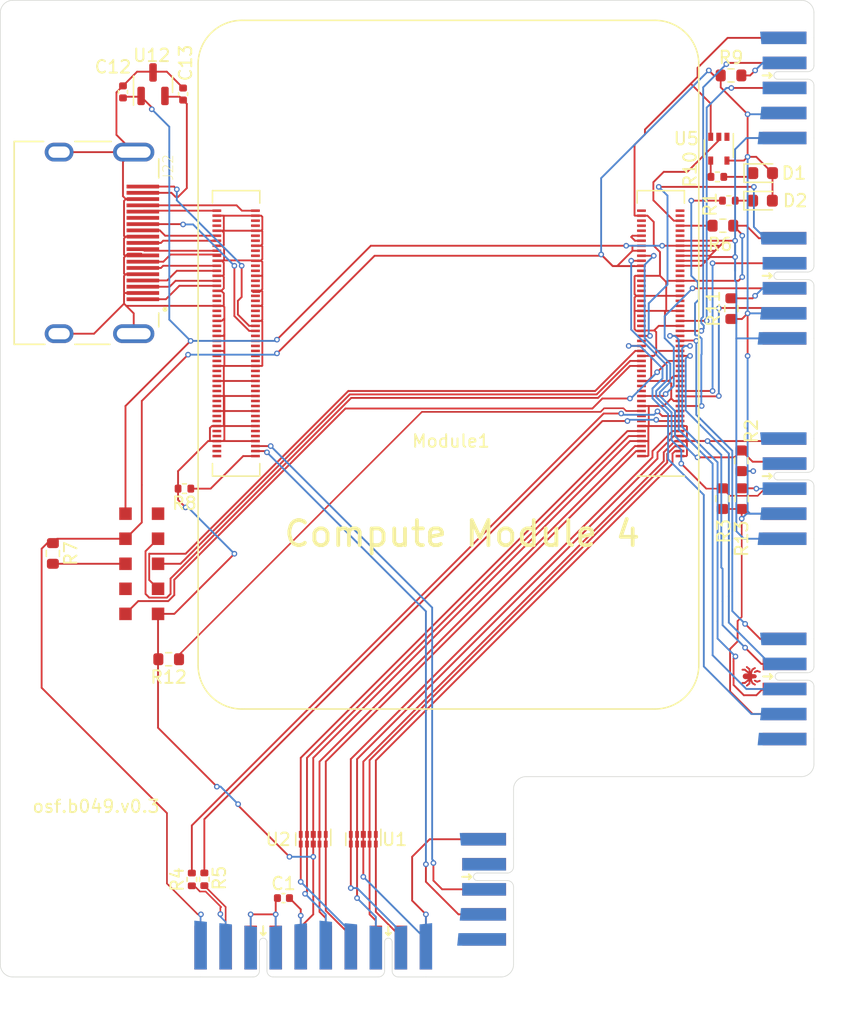
<source format=kicad_pcb>
(kicad_pcb (version 20211014) (generator pcbnew)
  (layers (0 "F.Cu" signal) (1 "In1.Cu" power) (2 "In2.Cu" power) (31 "B.Cu" signal) (34 "B.Paste" user) (35 "F.Paste" user) (36 "B.SilkS" user "B.Silkscreen") (37 "F.SilkS" user "F.Silkscreen") (38 "B.Mask" user) (39 "F.Mask" user) (44 "Edge.Cuts" user))
  (net 0 "")
  (net 1 "GND")
  (net 2 "/CM4_HighSpeed/HDMI_5v")
  (net 3 "/CM4_GPIO ( Ethernet, GPIO, SDCARD)/SD_DAT1")
  (net 4 "/CM4_HighSpeed/USB2_P")
  (net 5 "/CM4_GPIO ( Ethernet, GPIO, SDCARD)/SD_DAT0")
  (net 6 "/CM4_GPIO ( Ethernet, GPIO, SDCARD)/SD_CLK")
  (net 7 "/CM4_GPIO ( Ethernet, GPIO, SDCARD)/SD_CMD")
  (net 8 "/CM4_GPIO ( Ethernet, GPIO, SDCARD)/SD_DAT3")
  (net 9 "/CM4_GPIO ( Ethernet, GPIO, SDCARD)/SD_DAT2")
  (net 10 "/CM4_HighSpeed/USB2_N")
  (net 11 "/CM4_GPIO ( Ethernet, GPIO, SDCARD)/GPIO2")
  (net 12 "/CM4_GPIO ( Ethernet, GPIO, SDCARD)/GPIO3")
  (net 13 "/CM4_GPIO ( Ethernet, GPIO, SDCARD)/GPIO4")
  (net 14 "Net-(D2-Pad1)")
  (net 15 "/TRD0_P")
  (net 16 "/TRD0_N")
  (net 17 "/CM4_GPIO ( Ethernet, GPIO, SDCARD)/GPIO27")
  (net 18 "/TRD2_N")
  (net 19 "/TRD2_P")
  (net 20 "/TRD1_P")
  (net 21 "/TRD3_N")
  (net 22 "/TRD3_P")
  (net 23 "/TRD1_N")
  (net 24 "Net-(J2-Pad9)")
  (net 25 "Net-(J2-Pad19)")
  (net 26 "/CM4_GPIO ( Ethernet, GPIO, SDCARD)/GPIO7")
  (net 27 "/CM4_GPIO ( Ethernet, GPIO, SDCARD)/GPIO5")
  (net 28 "/CM4_GPIO ( Ethernet, GPIO, SDCARD)/GPIO6")
  (net 29 "/CM4_GPIO ( Ethernet, GPIO, SDCARD)/GPIO12")
  (net 30 "/CM4_GPIO ( Ethernet, GPIO, SDCARD)/GPIO13")
  (net 31 "/CM4_GPIO ( Ethernet, GPIO, SDCARD)/GPIO16")
  (net 32 "/CM4_GPIO ( Ethernet, GPIO, SDCARD)/GPIO26")
  (net 33 "/SPI0_TX")
  (net 34 "/SPI0_RX")
  (net 35 "/CM4_GPIO ( Ethernet, GPIO, SDCARD)/GLOBAL_EN")
  (net 36 "/CM4_GPIO ( Ethernet, GPIO, SDCARD)/ID_SC")
  (net 37 "/CM4_GPIO ( Ethernet, GPIO, SDCARD)/ID_SD")
  (net 38 "Net-(C1-Pad1)")
  (net 39 "+3V3")
  (net 40 "/SPI0_SCK")
  (net 42 "/~{SPI0_CS}")
  (net 44 "/CM4_HighSpeed/HDMI0_HOTPLUG")
  (net 45 "/CM4_HighSpeed/HDMI0_SDA")
  (net 46 "/CM4_HighSpeed/HDMI0_SCL")
  (net 47 "Net-(J3-Pad8)")
  (net 48 "/CM4_HighSpeed/HDMI0_CEC")
  (net 49 "/CM4_HighSpeed/HDMI0_CK_N")
  (net 50 "/CM4_HighSpeed/HDMI0_CK_P")
  (net 51 "/CM4_HighSpeed/HDMI0_D0_N")
  (net 52 "/CM4_HighSpeed/HDMI0_D0_P")
  (net 53 "/CM4_HighSpeed/HDMI0_D1_N")
  (net 54 "/CM4_HighSpeed/HDMI0_D1_P")
  (net 55 "/CM4_HighSpeed/HDMI0_D2_N")
  (net 56 "/CM4_HighSpeed/HDMI0_D2_P")
  (net 57 "/TMS")
  (net 59 "/~{RESET}")
  (net 60 "/TCLK")
  (net 62 "/TDO")
  (net 64 "/CM4_GPIO ( Ethernet, GPIO, SDCARD)/nPWR_LED")
  (net 65 "/nEXTRST")
  (net 67 "+5V")
  (net 69 "/TDI")
  (net 72 "Net-(D1-Pad1)")
  (net 73 "Net-(R10-Pad2)")
  (net 75 "/SPI1_TX")
  (net 76 "Net-(J7-Pad8)")
  (net 77 "/SPI1_RX")
  (net 78 "/SPI1_SCK")
  (net 81 "/~{SPI1_CS}")
  (net 84 "Net-(J5-Pad8)")
  (net 85 "/UART0_RX")
  (net 86 "/UART0_TX")
  (net 87 "/CM4_GPIO ( Ethernet, GPIO, SDCARD)/WL_nDis")
  (net 90 "/CM4_GPIO ( Ethernet, GPIO, SDCARD)/SD_PWR_ON")
  (net 100 "Net-(Module1-Pad21)")
  (net 101 "Net-(J6-Pad7)")
  (net 102 "/I2C0_SDA")
  (net 105 "/CM4_GPIO ( Ethernet, GPIO, SDCARD)/SYNC_OUT")
  (net 106 "/CM4_GPIO ( Ethernet, GPIO, SDCARD)/SYNC_IN")
  (net 107 "/CM4_GPIO ( Ethernet, GPIO, SDCARD)/AIN0")
  (net 108 "/CM4_GPIO ( Ethernet, GPIO, SDCARD)/AIN1")
  (net 109 "/CM4_GPIO ( Ethernet, GPIO, SDCARD)/+1.8v")
  (net 110 "/CM4_GPIO ( Ethernet, GPIO, SDCARD)/RUN_PG")
  (net 111 "/CM4_GPIO ( Ethernet, GPIO, SDCARD)/EEPROM_nWP")
  (net 112 "/I2C0_SCL")
  (net 113 "/CM4_GPIO ( Ethernet, GPIO, SDCARD)/nRPIBOOT")
  (net 114 "/CM4_GPIO ( Ethernet, GPIO, SDCARD)/BT_nDis")
  (net 115 "/CM4_GPIO ( Ethernet, GPIO, SDCARD)/Reserved")
  (net 168 "/ETH_LEDG")
  (net 169 "/ETH_LEDY")
  (net 170 "/CM4_HighSpeed/USBOTG_ID")
  (footprint "Capacitor_SMD:C_0402_1005Metric" (layer "F.Cu") (at 153 75.715 90)
    (fp_text reference "C12")
    (fp_text value "100n")
  )
  (footprint "Capacitor_SMD:C_0402_1005Metric" (layer "F.Cu") (at 157.8 75.885 90)
    (fp_text reference "C13")
    (fp_text value "100n")
  )
  (footprint "Resistor_SMD:R_0402_1005Metric" (layer "F.Cu") (at 200.485 82.5 180)
    (fp_text reference "R10")
    (fp_text value "1k")
  )
  (footprint "Package_SON:USON-10_2.5x1.0mm_P0.5mm" (layer "F.Cu") (at 172.2 135.4 -90)
    (fp_text reference "U1")
    (fp_text value "TPD4EUSB30")
  )
  (footprint "Package_TO_SOT_SMD:SOT-23" (layer "F.Cu") (at 155.4 75.1 90)
    (fp_text reference "U12")
    (fp_text value "RT9742SNGV")
  )
  (footprint "LED_SMD:LED_0603_1608Metric" (layer "F.Cu") (at 204.0875 84.4)
    (fp_text reference "D2")
    (fp_text value "LED Green")
  )
  (footprint "LED_SMD:LED_0603_1608Metric" (layer "F.Cu") (at 204.1 82.2)
    (fp_text reference "D1")
    (fp_text value "LED Red")
  )
  (footprint "Resistor_SMD:R_0402_1005Metric" (layer "F.Cu") (at 201.4 84.4 180)
    (fp_text reference "R1")
    (fp_text value "1k")
  )
  (footprint "Package_TO_SOT_SMD:SOT-353_SC-70-5" (layer "F.Cu") (at 200.6 80.25 -90)
    (fp_text reference "U5")
    (fp_text value "74LVC1G07SE-7")
  )
  (footprint "CM4IO:EDAC 690-019-298-412" (layer "F.Cu") (at 153.85675 87.775 -90)
    (fp_text reference "J22")
    (fp_text value "690-019-298-412" hide)
  )
  (footprint "Package_SON:USON-10_2.5x1.0mm_P0.5mm" (layer "F.Cu") (at 168.2 135.4 -90)
    (fp_text reference "U2")
    (fp_text value "TPD4EUSB30")
  )
  (footprint "on_edge:debug_edge_2x05_host" (layer "F.Cu") (at 208.2 123.4 -90)
    (fp_text reference "J4")
    (fp_text value "DebugEdge_02x05")
    (fp_line (start -4 0) (end -1.8 0) (layer "Edge.Cuts") (width 0.05))
    (fp_line (start -1.3 0.5) (end -1.3 2.8) (layer "Edge.Cuts") (width 0.05))
    (fp_line (start -0.7 2.8) (end -0.7 0.5) (layer "Edge.Cuts") (width 0.05))
    (fp_line (start -0.2 0) (end 4 0) (layer "Edge.Cuts") (width 0.05))
    (fp_arc (start -0.7 2.8) (mid -1 3.1) (end -1.3 2.8) (layer "Edge.Cuts") (width 0.05))
    (fp_arc (start -0.7 0.5) (mid -0.553553 0.146447) (end -0.2 0) (layer "Edge.Cuts") (width 0.05))
    (fp_arc (start -1.8 0) (mid -1.446447 0.146447) (end -1.3 0.5) (layer "Edge.Cuts") (width 0.05))
  )
  (footprint "Resistor_SMD:R_0402_1005Metric" (layer "F.Cu") (at 159.5 138.6 90)
    (fp_text reference "R5")
    (fp_text value "470R")
  )
  (footprint "on_edge:on_edge_2x10_host" (layer "F.Cu") (at 173.2 146.4 180)
    (fp_text reference "J2")
    (fp_text value "020_1000BASE-T_with_CT")
    (fp_line (start -0.7 0.5) (end -0.7 2.8) (layer "Edge.Cuts") (width 0.05))
    (fp_line (start -0.2 0) (end 8.2 0) (layer "Edge.Cuts") (width 0.05))
    (fp_line (start -4 0) (end -1.8 0) (layer "Edge.Cuts") (width 0.05))
    (fp_line (start -1.3 2.8) (end -1.3 0.5) (layer "Edge.Cuts") (width 0.05))
    (fp_line (start 8.7 2.8) (end 8.7 0.5) (layer "Edge.Cuts") (width 0.05))
    (fp_line (start 9.3 0.5) (end 9.3 2.8) (layer "Edge.Cuts") (width 0.05))
    (fp_line (start 9.8 0) (end 14 0) (layer "Edge.Cuts") (width 0.05))
    (fp_arc (start -0.7 0.5) (mid -0.553553 0.146447) (end -0.2 0) (layer "Edge.Cuts") (width 0.05))
    (fp_arc (start 8.2 0) (mid 8.553553 0.146447) (end 8.7 0.5) (layer "Edge.Cuts") (width 0.05))
    (fp_arc (start -0.7 2.8) (mid -1 3.1) (end -1.3 2.8) (layer "Edge.Cuts") (width 0.05))
    (fp_arc (start 9.3 0.5) (mid 9.446447 0.146447) (end 9.8 0) (layer "Edge.Cuts") (width 0.05))
    (fp_arc (start -1.8 0) (mid -1.446447 0.146447) (end -1.3 0.5) (layer "Edge.Cuts") (width 0.05))
    (fp_arc (start 9.3 2.8) (mid 9 3.1) (end 8.7 2.8) (layer "Edge.Cuts") (width 0.05))
  )
  (footprint "Resistor_SMD:R_0603_1608Metric" (layer "F.Cu") (at 201.6 93.025 90)
    (fp_text reference "R11")
    (fp_text value "10k")
  )
  (footprint "Capacitor_SMD:C_0402_1005Metric" (layer "F.Cu") (at 165.82 140.1)
    (fp_text reference "C1")
    (fp_text value "100n")
  )
  (footprint "Resistor_SMD:R_0603_1608Metric" (layer "F.Cu") (at 200.925 86.4)
    (fp_text reference "R6")
    (fp_text value "10k")
  )
  (footprint "on_edge:on_edge_2x05_host" (layer "F.Cu") (at 208.2 91.4 -90)
    (fp_text reference "J5")
    (fp_text value "SPI_2x3")
    (fp_line (start -4 0) (end -1.8 0) (layer "Edge.Cuts") (width 0.05))
    (fp_line (start -0.2 0) (end 4 0) (layer "Edge.Cuts") (width 0.05))
    (fp_line (start -1.3 0.5) (end -1.3 2.9) (layer "Edge.Cuts") (width 0.05))
    (fp_line (start -0.7 2.9) (end -0.7 0.5) (layer "Edge.Cuts") (width 0.05))
    (fp_arc (start -1.8 0) (mid -1.446447 0.146447) (end -1.3 0.5) (layer "Edge.Cuts") (width 0.05))
    (fp_arc (start -0.7 2.9) (mid -1 3.2) (end -1.3 2.9) (layer "Edge.Cuts") (width 0.05))
    (fp_arc (start -0.7 0.5) (mid -0.553553 0.146447) (end -0.2 0) (layer "Edge.Cuts") (width 0.05))
  )
  (footprint "Resistor_SMD:R_0603_1608Metric" (layer "F.Cu") (at 200.9 108.2 90)
    (fp_text reference "R3")
    (fp_text value "2.2k")
  )
  (footprint "Resistor_SMD:R_0603_1608Metric" (layer "F.Cu") (at 147.4 112.575 -90)
    (fp_text reference "R7")
    (fp_text value "10k")
  )
  (footprint "Resistor_SMD:R_0402_1005Metric" (layer "F.Cu") (at 157.91 107.4 180)
    (fp_text reference "R8")
    (fp_text value "2.2K 1%")
  )
  (footprint "Resistor_SMD:R_0603_1608Metric" (layer "F.Cu") (at 202.4 105.175 -90)
    (fp_text reference "R2")
    (fp_text value "2.2k")
  )
  (footprint "on_edge:on_edge_2x05_host" (layer "F.Cu") (at 208.2 107.4 -90)
    (fp_text reference "J7")
    (fp_text value "I2C_2x2")
    (fp_line (start -0.7 2.9) (end -0.7 0.5) (layer "Edge.Cuts") (width 0.05))
    (fp_line (start -1.3 0.5) (end -1.3 2.9) (layer "Edge.Cuts") (width 0.05))
    (fp_line (start -0.2 0) (end 4 0) (layer "Edge.Cuts") (width 0.05))
    (fp_line (start -4 0) (end -1.8 0) (layer "Edge.Cuts") (width 0.05))
    (fp_arc (start -0.7 0.5) (mid -0.553553 0.146447) (end -0.2 0) (layer "Edge.Cuts") (width 0.05))
    (fp_arc (start -1.8 0) (mid -1.446447 0.146447) (end -1.3 0.5) (layer "Edge.Cuts") (width 0.05))
    (fp_arc (start -0.7 2.9) (mid -1 3.2) (end -1.3 2.9) (layer "Edge.Cuts") (width 0.05))
  )
  (footprint "on_edge:on_edge_2x05_host" (layer "F.Cu") (at 184.2 139.4 -90)
    (fp_text reference "J1")
    (fp_text value "008_USB")
    (fp_line (start -1.3 0.5) (end -1.3 2.9) (layer "Edge.Cuts") (width 0.05))
    (fp_line (start -0.7 2.9) (end -0.7 0.5) (layer "Edge.Cuts") (width 0.05))
    (fp_line (start -0.2 0) (end 4 0) (layer "Edge.Cuts") (width 0.05))
    (fp_line (start -4 0) (end -1.8 0) (layer "Edge.Cuts") (width 0.05))
    (fp_arc (start -1.8 0) (mid -1.446447 0.146447) (end -1.3 0.5) (layer "Edge.Cuts") (width 0.05))
    (fp_arc (start -0.7 2.9) (mid -1 3.2) (end -1.3 2.9) (layer "Edge.Cuts") (width 0.05))
    (fp_arc (start -0.7 0.5) (mid -0.553553 0.146447) (end -0.2 0) (layer "Edge.Cuts") (width 0.05))
  )
  (footprint "Resistor_SMD:R_0603_1608Metric" (layer "F.Cu") (at 201.575 74.4)
    (fp_text reference "R9")
    (fp_text value "10k")
  )
  (footprint "CM4IO:Raspberry-Pi-4-Compute-Module" (layer "F.Cu") (at 195.5 73.5 180)
    (fp_text reference "Module1")
    (fp_text value "ComputeModule4")
  )
  (footprint "Resistor_SMD:R_0402_1005Metric" (layer "F.Cu") (at 158.5 138.61 90)
    (fp_text reference "R4")
    (fp_text value "470R")
  )
  (footprint "on_edge:on_edge_2x05_up_host" (layer "F.Cu") (at 152.2 113.4 90)
    (fp_text reference "J3")
    (fp_text value "SPI_2x3")
  )
  (footprint "Resistor_SMD:R_0603_1608Metric" (layer "F.Cu") (at 202.425 108.2 90)
    (fp_text reference "R13")
    (fp_text value "10k")
  )
  (footprint "Resistor_SMD:R_0603_1608Metric" (layer "F.Cu") (at 156.65 121.025 180)
    (fp_text reference "R12")
    (fp_text value "d.n.p")
  )
  (footprint "on_edge:on_edge_2x05_host" (layer "F.Cu") (at 208.2 75.4 -90)
    (fp_text reference "J6")
    (fp_text value "UART")
    (fp_line (start -1.3 0.5) (end -1.3 2.9) (layer "Edge.Cuts") (width 0.05))
    (fp_line (start -4 0) (end -1.8 0) (layer "Edge.Cuts") (width 0.05))
    (fp_line (start -0.2 0) (end 4 0) (layer "Edge.Cuts") (width 0.05))
    (fp_line (start -0.7 2.9) (end -0.7 0.5) (layer "Edge.Cuts") (width 0.05))
    (fp_arc (start -0.7 2.9) (mid -1 3.2) (end -1.3 2.9) (layer "Edge.Cuts") (width 0.05))
    (fp_arc (start -0.7 0.5) (mid -0.553553 0.146447) (end -0.2 0) (layer "Edge.Cuts") (width 0.05))
    (fp_arc (start -1.8 0) (mid -1.446447 0.146447) (end -1.3 0.5) (layer "Edge.Cuts") (width 0.05))
  )
  (gr_line (start 208.2 71.4) (end 208.2 69.4) (layer "Edge.Cuts") (width 0.05))
  (gr_arc (start 208.2 129.4) (mid 207.907107 130.107107) (end 207.2 130.4) (layer "Edge.Cuts") (width 0.05))
  (gr_line (start 184.2 145.4) (end 184.2 143.4) (layer "Edge.Cuts") (width 0.05))
  (gr_line (start 208.2 103.4) (end 208.2 95.4) (layer "Edge.Cuts") (width 0.05))
  (gr_arc (start 207.2 68.4) (mid 207.907107 68.692893) (end 208.2 69.4) (layer "Edge.Cuts") (width 0.05))
  (gr_line (start 184.2 135.4) (end 184.2 131.4) (layer "Edge.Cuts") (width 0.05))
  (gr_line (start 183.2 146.4) (end 177.2 146.4) (layer "Edge.Cuts") (width 0.05))
  (gr_arc (start 184.2 145.4) (mid 183.907107 146.107107) (end 183.2 146.4) (layer "Edge.Cuts") (width 0.05))
  (gr_line (start 185.2 130.4) (end 207.2 130.4) (layer "Edge.Cuts") (width 0.05))
  (gr_line (start 208.2 127.4) (end 208.2 129.4) (layer "Edge.Cuts") (width 0.05))
  (gr_line (start 208.2 119.4) (end 208.2 111.4) (layer "Edge.Cuts") (width 0.05))
  (gr_line (start 208.2 87.4) (end 208.2 79.4) (layer "Edge.Cuts") (width 0.05))
  (gr_arc (start 143.2 69.4) (mid 143.492893 68.692893) (end 144.2 68.4) (layer "Edge.Cuts") (width 0.05))
  (gr_line (start 143.2 69.4) (end 143.2 145.4) (layer "Edge.Cuts") (width 0.05))
  (gr_arc (start 144.2 146.4) (mid 143.492893 146.107107) (end 143.2 145.4) (layer "Edge.Cuts") (width 0.05))
  (gr_line (start 144.2 146.4) (end 159.2 146.4) (layer "Edge.Cuts") (width 0.05))
  (gr_line (start 207.2 68.4) (end 144.2 68.4) (layer "Edge.Cuts") (width 0.05))
  (gr_arc (start 184.2 131.4) (mid 184.492893 130.692893) (end 185.2 130.4) (layer "Edge.Cuts") (width 0.05))
  (gr_text "osf.b049.v0.3" (at 150.85 132.775) (layer "F.SilkS") (effects (font (size 1 1))))
  (gr_text "Compute Module 4" (at 180.1 111) (layer "F.SilkS") (effects (font (size 2 2) (thickness 0.3))))
  (segment (start 160.528011 89.171989) (end 163.551989 89.171989) (width 0.147) (layer "F.Cu") (net 1))
  (segment (start 161.053011 97.646989) (end 161.053011 102.353011) (width 0.147) (layer "F.Cu") (net 1))
  (segment (start 161.053011 99.946989) (end 161.1 99.993978) (width 0.147) (layer "F.Cu") (net 1))
  (segment (start 172.2 135.785) (end 172.2 138.4) (width 0.147) (layer "F.Cu") (net 1))
  (segment (start 167.2 142.4) (end 167.2 144.05) (width 0.147) (layer "F.Cu") (net 1))
  (segment (start 153.13975 88.775) (end 153.083739 88.718989) (width 0.147) (layer "F.Cu") (net 1))
  (segment (start 160.1 102.4) (end 160.5 102.4) (width 0.147) (layer "F.Cu") (net 1))
  (segment (start 161.1 96.503) (end 161.1 97.6) (width 0.147) (layer "F.Cu") (net 1))
  (segment (start 150.68675 95.025) (end 153.083739 92.628011) (width 0.147) (layer "F.Cu") (net 1))
  (segment (start 160.997 85.6) (end 161.053011 85.656011) (width 0.147) (layer "F.Cu") (net 1))
  (segment (start 193.866989 92.133011) (end 193.866989 93.163978) (width 0.147) (layer "F.Cu") (net 1))
  (segment (start 153.083739 92.628011) (end 153.083739 91.831011) (width 0.147) (layer "F.Cu") (net 1))
  (segment (start 157.1 117.4) (end 161.9 112.6) (width 0.147) (layer "F.Cu") (net 1))
  (segment (start 161.07652 89.12048) (end 161.07652 88.17652) (width 0.147) (layer "F.Cu") (net 1))
  (segment (start 193.866989 93.236022) (end 193.866989 94.663978) (width 0.147) (layer "F.Cu") (net 1))
  (segment (start 159.8 103.6) (end 157.4 106) (width 0.147) (layer "F.Cu") (net 1))
  (segment (start 163.58 88) (end 164.077 88) (width 0.147) (layer "F.Cu") (net 1))
  (segment (start 159.946989 102.553011) (end 160.1 102.4) (width 0.147) (layer "F.Cu") (net 1))
  (segment (start 164.133011 92.703011) (end 164.036022 92.8) (width 0.147) (layer "F.Cu") (net 1))
  (segment (start 199.95 79.3) (end 199.95 76.65) (width 0.147) (layer "F.Cu") (net 1))
  (segment (start 161.07652 88.17652) (end 160.9 88) (width 0.147) (layer "F.Cu") (net 1))
  (segment (start 152.47698 75.75302) (end 152.47698 79.14523) (width 0.147) (layer "F.Cu") (net 1))
  (segment (start 161.053011 87.943989) (end 161.053011 86.95) (width 0.147) (layer "F.Cu") (net 1))
  (segment (start 198.9 73.8) (end 198.9 74.51662) (width 0.147) (layer "F.Cu") (net 1))
  (segment (start 160.5 92.8) (end 153.255728 92.8) (width 0.147) (layer "F.Cu") (net 1))
  (segment (start 166.3 136.8) (end 162.2 132.7) (width 0.147) (layer "F.Cu") (net 1))
  (segment (start 166.3 140.1) (end 167.2 141) (width 0.147) (layer "F.Cu") (net 1))
  (segment (start 161.1 100) (end 163.58 100) (width 0.147) (layer "F.Cu") (net 1))
  (segment (start 155.8 126.5) (end 155.8 117.4) (width 0.147) (layer "F.Cu") (net 1))
  (segment (start 161.1 96.503) (end 161.1 95.1) (width 0.147) (layer "F.Cu") (net 1))
  (segment (start 161 100) (end 161.1 100) (width 0.147) (layer "F.Cu") (net 1))
  (segment (start 153 81.3) (end 153.775 80.525) (width 0.147) (layer "F.Cu") (net 1))
  (segment (start 196.2 104.5) (end 197.1 103.6) (width 0.147) (layer "F.Cu") (net 1))
  (segment (start 197.9 103.6) (end 197.5 103.6) (width 0.147) (layer "F.Cu") (net 1))
  (segment (start 198.053011 104.743989) (end 198.053011 103.753011) (width 0.147) (layer "F.Cu") (net 1))
  (segment (start 202.8 120.2) (end 202.7 120.1) (width 0.147) (layer "F.Cu") (net 1))
  (segment (start 194.42 90.4) (end 195.9 90.4) (width 0.147) (layer "F.Cu") (net 1))
  (segment (start 197.997 102.4) (end 197.5 102.4) (width 0.147) (layer "F.Cu") (net 1))
  (segment (start 160.853011 91.6) (end 161.053011 91.8) (width 0.147) (layer "F.Cu") (net 1))
  (segment (start 195.6 94.9) (end 195.6 96.4) (width 0.147) (layer "F.Cu") (net 1))
  (segment (start 195.6 96.4) (end 195.6 96.6) (width 0.147) (layer "F.Cu") (net 1))
  (segment (start 161 103.6) (end 160.5 103.6) (width 0.147) (layer "F.Cu") (net 1))
  (segment (start 194.7 78.71662) (end 194.7 79.1) (width 0.147) (layer "F.Cu") (net 1))
  (segment (start 195.3 96.8) (end 194.42 96.8) (width 0.147) (layer "F.Cu") (net 1))
  (segment (start 199.7 103.6) (end 197.5 103.6) (width 0.147) (layer "F.Cu") (net 1))
  (segment (start 163.58 101.2) (end 161.1 101.2) (width 0.147) (layer "F.Cu") (net 1))
  (segment (start 164.077 86.8) (end 164.133011 86.856011) (width 0.147) (layer "F.Cu") (net 1))
  (segment (start 193.923 90.4) (end 193.866989 90.456011) (width 0.147) (layer "F.Cu") (net 1))
  (segment (start 197.5 96.4) (end 195.6 96.4) (width 0.147) (layer "F.Cu") (net 1))
  (segment (start 196.8 100.197) (end 196.8 98.997) (width 0.147) (layer "F.Cu") (net 1))
  (segment (start 194.917 102.4) (end 194.42 102.4) (width 0.147) (layer "F.Cu") (net 1))
  (segment (start 160.5 103.6) (end 159.8 103.6) (width 0.147) (layer "F.Cu") (net 1))
  (segment (start 164.036022 89.2) (end 164.133011 89.296989) (width 0.147) (layer "F.Cu") (net 1))
  (segment (start 161.053011 91.4) (end 160.853011 91.6) (width 0.147) (layer "F.Cu") (net 1))
  (segment (start 161.053011 92.746989) (end 161 92.8) (width 0.147) (layer "F.Cu") (net 1))
  (segment (start 160.5 85.6) (end 160.997 85.6) (width 0.147) (layer "F.Cu") (net 1))
  (segment (start 163.58 86.8) (end 160.5 86.8) (width 0.147) (layer "F.Cu") (net 1))
  (segment (start 202.472 87.122) (end 201.75 86.4) (width 0.147) (layer "F.Cu") (net 1))
  (segment (start 163.58 97.6) (end 160.5 97.6) (width 0.147) (layer "F.Cu") (net 1))
  (segment (start 205.65 103.6) (end 205.85 103.4) (width 0.147) (layer "F.Cu") (net 1))
  (segment (start 164.133011 97.566989) (end 164.1 97.6) (width 0.147) (layer "F.Cu") (net 1))
  (segment (start 163.58 85.6) (end 164.036022 85.6) (width 0.147) (layer "F.Cu") (net 1))
  (segment (start 163.58 89.2) (end 164.036022 89.2) (width 0.147) (layer "F.Cu") (net 1))
  (segment (start 155.8 117.4) (end 157.1 117.4) (width 0.147) (layer "F.Cu") (net 1))
  (segment (start 194.973011 103.543989) (end 194.973011 102.456011) (width 0.147) (layer "F.Cu") (net 1))
  (segment (start 164.077 94) (end 164.133011 94.056011) (width 0.147) (layer "F.Cu") (net 1))
  (segment (start 161.053011 90.343989) (end 161.053011 89.356022) (width 0.147) (layer "F.Cu") (net 1))
  (segment (start 195.9 90.4) (end 195.9 88.5) (width 0.147) (layer "F.Cu") (net 1))
  (segment (start 161.053011 90.496989) (end 161.053011 91.4) (width 0.147) (layer "F.Cu") (net 1))
  (segment (start 160.5 89.2) (end 160.528011 89.171989) (width 0.147) (layer "F.Cu") (net 1))
  (segment (start 153.255728 92.8) (end 153.083739 92.628011) (width 0.147) (layer "F.Cu") (net 1))
  (segment (start 164.133011 85.696989) (end 164.133011 86.703011) (width 0.147) (layer "F.Cu") (net 1))
  (segment (start 164.077 92.8) (end 164.133011 92.856011) (width 0.147) (layer "F.Cu") (net 1))
  (segment (start 201.3 71.4) (end 198.9 73.8) (width 0.147) (layer "F.Cu") (net 1))
  (segment (start 160.003 103.6) (end 159.946989 103.543989) (width 0.147) (layer "F.Cu") (net 1))
  (segment (start 155.4 74.1) (end 156.5 74.1) (width 0.147) (layer "F.Cu") (net 1))
  (segment (start 194.973011 104.743989) (end 194.973011 103.656011) (width 0.147) (layer "F.Cu") (net 1))
  (segment (start 195.9 88.5) (end 195.4 88) (width 0.147) (layer "F.Cu") (net 1))
  (segment (start 161.053011 86.743989) (end 160.997 86.8) (width 0.147) (layer "F.Cu") (net 1))
  (segment (start 158 108.9) (end 157.4 108.3) (width 0.147) (layer "F.Cu") (net 1))
  (segment (start 160.997 96.4) (end 161.1 96.503) (width 0.147) (layer "F.Cu") (net 1))
  (segment (start 160.997 88) (end 161.053011 87.943989) (width 0.147) (layer "F.Cu") (net 1))
  (segment (start 196.3 94.4) (end 197.5 94.4) (width 0.147) (layer "F.Cu") (net 1))
  (segment (start 153.083739 87.421989) (end 153.230728 87.275) (width 0.147) (layer "F.Cu") (net 1))
  (segment (start 194.42 103.6) (end 194.917 103.6) (width 0.147) (layer "F.Cu") (net 1))
  (segment (start 161 98.8) (end 161.053011 98.853011) (width 0.147) (layer "F.Cu") (net 1))
  (segment (start 164.077 90.4) (end 163.58 90.4) (width 0.147) (layer "F.Cu") (net 1))
  (segment (start 160.997 86.8) (end 160.5 86.8) (width 0.147) (layer "F.Cu") (net 1))
  (segment (start 160.5 102.4) (end 161.1 102.4) (width 0.147) (layer "F.Cu") (net 1))
  (segment (start 198.053011 103.446989) (end 198.053011 102.456011) (width 0.147) (layer "F.Cu") (net 1))
  (segment (start 195.428011 94.771989) (end 195.45 94.75) (width 0.147) (layer "F.Cu") (net 1))
  (segment (start 194.42 100.8) (end 195 100.8) (width 0.147) (layer "F.Cu") (net 1))
  (segment (start 161.1 101.2) (end 161.1 102.4) (width 0.147) (layer "F.Cu") (net 1))
  (segment (start 163.996989 88) (end 163.58 88) (width 0.147) (layer "F.Cu") (net 1))
  (segment (start 167.2 144.05) (end 167.2 141.5) (width 0.147) (layer "F.Cu") (net 1))
  (segment (start 193.866989 94.663978) (end 194.003011 94.8) (width 0.147) (layer "F.Cu") (net 1))
  (segment (start 161.1 93.796989) (end 160.896989 94) (width 0.147) (layer "F.Cu") (net 1))
  (segment (start 164.036022 94) (end 163.58 94) (width 0.147) (layer "F.Cu") (net 1))
  (segment (start 161.053011 98.853011) (end 161.053011 99.946989) (width 0.147) (layer "F.Cu") (net 1))
  (segment (start 196.4 93.2) (end 197.5 93.2) (width 0.147) (layer "F.Cu") (net 1))
  (segment (start 194.003011 94.8) (end 194.42 94.8) (width 0.147) (layer "F.Cu") (net 1))
  (segment (start 194.42 102.4) (end 197.5 102.4) (width 0.147) (layer "F.Cu") (net 1))
  (segment (start 160.5 90.4) (end 160.956022 90.4) (width 0.147) (layer "F.Cu") (net 1))
  (segment (start 172.2 135.015) (end 172.2 135.785) (width 0.147) (layer "F.Cu") (net 1))
  (segment (start 195.6 96.6) (end 195.4 96.8) (width 0.147) (layer "F.Cu") (net 1))
  (segment (start 195 102.4) (end 195 100.8) (width 0.147) (layer "F.Cu") (net 1))
  (segment (start 160.903011 86.8) (end 160.5 86.8) (width 0.147) (layer "F.Cu") (net 1))
  (segment (start 196.4 90.9) (end 196.5 90.8) (width 0.147) (layer "F.Cu") (net 1))
  (segment (start 164.036022 92.8) (end 163.58 92.8) (width 0.147) (layer "F.Cu") (net 1))
  (segment (start 157.4 108.3) (end 157.4 107.4) (width 0.147) (layer "F.Cu") (net 1))
  (segment (start 164.133011 94.056011) (end 164.133011 97.566989) (width 0.147) (layer "F.Cu") (net 1))
  (segment (start 196.3 93.3) (end 196.4 93.2) (width 0.147) (layer "F.Cu") (net 1))
  (segment (start 161.053011 91.8) (end 161.053011 92.746989) (width 0.147) (layer "F.Cu") (net 1))
  (segment (start 201.75 86.4) (end 202.8 86.4) (width 0.147) (layer "F.Cu") (net 1))
  (segment (start 160.5 92.8) (end 160.997 92.8) (width 0.147) (layer "F.Cu") (net 1))
  (segment (start 196.4 93.2) (end 194.42 93.2) (width 0.147) (layer "F.Cu") (net 1))
  (segment (start 160.5 96.4) (end 160.997 96.4) (width 0.147) (layer "F.Cu") (net 1))
  (segment (start 153.225 90.275) (end 154.58675 90.275) (width 0.147) (layer "F.Cu") (net 1))
  (segment (start 168.2 136.8) (end 168.2 141.4) (width 0.147) (layer "F.Cu") (net 1))
  (segment (start 160.997 92.8) (end 161.1 92.903) (width 0.147) (layer "F.Cu") (net 1))
  (segment (start 153 84.044272) (end 153 81.3) (width 0.147) (layer "F.Cu") (net 1))
  (segment (start 161.053011 85.656011) (end 161.053011 86.743989) (width 0.147) (layer "F.Cu") (net 1))
  (segment (start 160.997 90.4) (end 161.053011 90.343989) (width 0.147) (layer "F.Cu") (net 1))
  (segment (start 164.133011 92.856011) (end 164.133011 93.903011) (width 0.147) (layer "F.Cu") (net 1))
  (segment (start 172.2 135.015) (end 172.2 129.2) (width 0.147) (layer "F.Cu") (net 1))
  (segment (start 154.58675 91.775) (end 153.13975 91.775) (width 0.147) (layer "F.Cu") (net 1))
  (segment (start 197.5 90.8) (end 202.172 90.8) (width 0.147) (layer "F.Cu") (net 1))
  (segment (start 161.1 95.1) (end 161.1 93.796989) (width 0.147) (layer "F.Cu") (net 1))
  (segment (start 196.3 94.4) (end 196.3 93.3) (width 0.147) (layer "F.Cu") (net 1))
  (segment (start 194.973011 102.456011) (end 194.9585 102.4415) (width 0.147) (layer "F.Cu") (net 1))
  (segment (start 161.1 99.993978) (end 161.1 100) (width 0.147) (layer "F.Cu") (net 1))
  (segment (start 194 92) (end 193.866989 92.133011) (width 0.147) (layer "F.Cu") (net 1))
  (segment (start 194.9 85.6) (end 194.42 85.6) (width 0.147) (layer "F.Cu") (net 1))
  (segment (start 154.58675 88.775) (end 153.13975 88.775) (width 0.147) (layer "F.Cu") (net 1))
  (segment (start 153.083739 91.718989) (end 153.083739 90.416261) (width 0.147) (layer "F.Cu") (net 1))
  (segment (start 168.2 135.785) (end 168.2 136.8) (width 0.147) (layer "F.Cu") (net 1))
  (segment (start 163.551989 89.171989) (end 163.58 89.2) (width 0.147) (layer "F.Cu") (net 1))
  (segment (start 197.003 100.4) (end 196.8 100.197) (width 0.147) (layer "F.Cu") (net 1))
  (segment (start 160.5 88) (end 160.997 88) (width 0.147) (layer "F.Cu") (net 1))
  (segment (start 163.58 103.6) (end 161 103.6) (width 0.147) (layer "F.Cu") (net 1))
  (segment (start 204 121.4) (end 202.8 120.2) (width 0.147) (layer "F.Cu") (net 1))
  (segment (start 160.9 88) (end 160.5 88) (width 0.147) (layer "F.Cu") (net 1))
  (segment (start 160.5 95.2) (end 161 95.2) (width 0.147) (layer "F.Cu") (net 1))
  (segment (start 177.2 141.4) (end 177.2 144.05) (width 0.147) (layer "F.Cu") (net 1))
  (segment (start 197.5 92) (end 196.4 92) (width 0.147) (layer "F.Cu") (net 1))
  (segment (start 153.083739 90.218989) (end 153.083739 88.944272) (width 0.147) (layer "F.Cu") (net 1))
  (segment (start 197.9 103.6) (end 198.053011 103.446989) (width 0.147) (layer "F.Cu") (net 1))
  (segment (start 194.973011 103.656011) (end 194.917 103.6) (width 0.147) (layer "F.Cu") (net 1))
  (segment (start 154.58675 90.275) (end 153.13975 90.275) (width 0.147) (layer "F.Cu") (net 1))
  (segment (start 196.4 92) (end 196.4 93.2) (width 0.147) (layer "F.Cu") (net 1))
  (segment (start 194.42 98.8) (end 194.917 98.8) (width 0.147) (layer "F.Cu") (net 1))
  (segment (start 163.4 91.696989) (end 163.496989 91.6) (width 0.147) (layer "F.Cu") (net 1))
  (segment (start 153.13975 90.275) (end 153.083739 90.218989) (width 0.147) (layer "F.Cu") (net 1))
  (segment (start 161.1 97.6) (end 161.053011 97.646989) (width 0.147) (layer "F.Cu") (net 1))
  (segment (start 196.8 98.997) (end 196.603 98.8) (width 0.147) (layer "F.Cu") (net 1))
  (segment (start 168.2 141.4) (end 167.2 142.4) (width 0.147) (layer "F.Cu") (net 1))
  (segment (start 162.2 132.7) (end 162.2 132.6) (width 0.147) (layer "F.Cu") (net 1))
  (segment (start 176.1 140.3) (end 177.2 141.4) (width 0.147) (layer "F.Cu") (net 1))
  (segment (start 195.4 88) (end 195.4 86.1) (width 0.147) (layer "F.Cu") (net 1))
  (segment (start 153.775 80.525) (end 153.85675 80.525) (width 0.147) (layer "F.Cu") (net 1))
  (segment (start 161 98.8) (end 160.5 98.8) (width 0.147) (layer "F.Cu") (net 1))
  (segment (start 163.58 98.8) (end 161 98.8) (width 0.147) (layer "F.Cu") (net 1))
  (segment (start 153.230728 84.275) (end 154.58675 84.275) (width 0.147) (layer "F.Cu") (net 1))
  (segment (start 161.1 102.4) (end 163.58 102.4) (width 0.147) (layer "F.Cu") (net 1))
  (segment (start 194.9585 102.4415) (end 195 102.4) (width 0.147) (layer "F.Cu") (net 1))
  (segment (start 164.133011 90.456011) (end 164.133011 91.463978) (width 0.147) (layer "F.Cu") (net 1))
  (segment (start 161.053011 89.356022) (end 160.896989 89.2) (width 0.147) (layer "F.Cu") (net 1))
  (segment (start 163.9 91.696989) (end 163.4 91.696989) (width 0.147) (layer "F.Cu") (net 1))
  (segment (start 164.133011 86.856011) (end 164.133011 87.863978) (width 0.147) (layer "F.Cu") (net 1))
  (segment (start 193.866989 85.566989) (end 193.9 85.6) (width 0.147) (layer "F.Cu") (net 1))
  (segment (start 193.866989 79.933011) (end 193.866989 85.566989) (width 0.147) (layer "F.Cu") (net 1))
  (segment (start 153.13975 91.775) (end 153.083739 91.718989) (width 0.147) (layer "F.Cu") (net 1))
  (segment (start 196.197 100.8) (end 196.8 100.197) (width 0.147) (layer "F.Cu") (net 1))
  (segment (start 163.58 92.8) (end 164.077 92.8) (width 0.147) (layer "F.Cu") (net 1))
  (segment (start 194 92) (end 194.42 92) (width 0.147) (layer "F.Cu") (net 1))
  (segment (start 153.083739 88.718989) (end 153.083739 87.421989) (width 0.147) (layer "F.Cu") (net 1))
  (segment (start 196.5 90.8) (end 197.5 90.8) (width 0.147) (layer "F.Cu") (net 1))
  (segment (start 195.2 96.9) (end 195.3 96.8) (width 0.147) (layer "F.Cu") (net 1))
  (segment (start 193.9 85.6) (end 194.42 85.6) (width 0.147) (layer "F.Cu") (net 1))
  (segment (start 197.5 100.4) (end 197.003 100.4) (width 0.147) (layer "F.Cu") (net 1))
  (segment (start 160.956022 90.4) (end 161.053011 90.496989) (width 0.147) (layer "F.Cu") (net 1))
  (segment (start 197.5 103.6) (end 205.65 103.6) (width 0.147) (layer "F.Cu") (net 1))
  (segment (start 153.85675 93.401022) (end 153.255728 92.8) (width 0.147) (layer "F.Cu") (net 1))
  (segment (start 154.439761 88.628011) (end 154.58675 88.775) (width 0.147) (layer "F.Cu") (net 1))
  (segment (start 164.036022 86.8) (end 163.58 86.8) (width 0.147) (layer "F.Cu") (net 1))
  (segment (start 168.2 135.015) (end 168.2 135.785) (width 0.147) (layer "F.Cu") (net 1))
  (segment (start 154.13 74.1) (end 153 75.23) (width 0.147) (layer "F.Cu") (net 1))
  (segment (start 194.9585 102.4415) (end 194.917 102.4) (width 0.147) (layer "F.Cu") (net 1))
  (segment (start 155.4 74.1) (end 154.13 74.1) (width 0.147) (layer "F.Cu") (net 1))
  (segment (start 194.42 104.8) (end 194.917 104.8) (width 0.147) (layer "F.Cu") (net 1))
  (segment (start 167.2 141) (end 167.2 141.5) (width 0.147) (layer "F.Cu") (net 1))
  (segment (start 204.6 121.4) (end 204 121.4) (width 0.147) (layer "F.Cu") (net 1))
  (segment (start 159.946989 103.543989) (end 159.946989 102.553011) (width 0.147) (layer "F.Cu") (net 1))
  (segment (start 195.8 94.4) (end 196.3 94.4) (width 0.147) (layer "F.Cu") (net 1))
  (segment (start 197.997 104.8) (end 198.053011 104.743989) (width 0.147) (layer "F.Cu") (net 1))
  (segment (start 203.8 87.4) (end 205.85 87.4) (width 0.147) (layer "F.Cu") (net 1))
  (segment (start 161.1 103.5) (end 161 103.6) (width 0.147) (layer "F.Cu") (net 1))
  (segment (start 153.083739 84.421989) (end 153.230728 84.275) (width 0.147) (layer "F.Cu") (net 1))
  (segment (start 193.866989 91.866989) (end 194 92) (width 0.147) (layer "F.Cu") (net 1))
  (segment (start 160.896989 94) (end 160.5 94) (width 0.147) (layer "F.Cu") (net 1))
  (segment (start 194.7 79.1) (end 193.866989 79.933011) (width 0.147) (layer "F.Cu") (net 1))
  (segment (start 153.083739 88.944272) (end 153.4 88.628011) (width 0.147) (layer "F.Cu") (net 1))
  (segment (start 153.083739 87.218989) (end 153.083739 84.421989) (width 0.147) (layer "F.Cu") (net 1))
  (segment (start 198.35831 75.05831) (end 194.7 78.71662) (width 0.147) (layer "F.Cu") (net 1))
  (segment (start 194.917 98.8) (end 195.2 98.517) (width 0.147) (layer "F.Cu") (net 1))
  (segment (start 153.4 88.628011) (end 154.439761 88.628011) (width 0.147) (layer "F.Cu") (net 1))
  (segment (start 194.42 94.8) (end 194.448011 94.771989) (width 0.147) (layer "F.Cu") (net 1))
  (segment (start 193.903011 93.2) (end 193.866989 93.236022) (width 0.147) (layer "F.Cu") (net 1))
  (segment (start 164.133011 88.056011) (end 164.133011 89.063978) (width 0.147) (layer "F.Cu") (net 1))
  (segment (start 160.5 103.6) (end 160.003 103.6) (width 0.147) (layer "F.Cu") (net 1))
  (segment (start 198.053011 102.456011) (end 197.997 102.4) (width 0.147) (layer "F.Cu") (net 1))
  (segment (start 161.1 101.2) (end 160.5 101.2) (width 0.147) (layer "F.Cu") (net 1))
  (segment (start 205.85 71.4) (end 201.3 71.4) (width 0.147) (layer "F.Cu") (net 1))
  (segment (start 160.5 131.2) (end 155.8 126.5) (width 0.147) (layer "F.Cu") (net 1))
  (segment (start 161 95.2) (end 161.1 95.1) (width 0.147) (layer "F.Cu") (net 1))
  (segment (start 193.866989 90.456011) (end 193.866989 91.866989) (width 0.147) (layer "F.Cu") (net 1))
  (segment (start 160.896989 89.2) (end 160.5 89.2) (width 0.147) (layer "F.Cu") (net 1))
  (segment (start 161.1 102.4) (end 161.1 103.5) (width 0.147) (layer "F.Cu") (net 1))
  (segment (start 194.42 90.4) (end 193.923 90.4) (width 0.147) (layer "F.Cu") (net 1))
  (segment (start 153 75.23) (end 152.47698 75.75302) (width 0.147) (layer "F.Cu") (net 1))
  (segment (start 195.2 98.517) (end 195.2 96.9) (width 0.147) (layer "F.Cu") (net 1))
  (segment (start 194.448011 94.771989) (end 195.428011 94.771989) (width 0.147) (layer "F.Cu") (net 1))
  (segment (start 195 100.8) (end 196.197 100.8) (width 0.147) (layer "F.Cu") (net 1))
  (segment (start 161 92.8) (end 160.5 92.8) (width 0.147) (layer "F.Cu") (net 1))
  (segment (start 164.133011 90.343989) (end 164.077 90.4) (width 0.147) (layer "F.Cu") (net 1))
  (segment (start 168.2 128.9) (end 193.5 103.6) (width 0.147) (layer "F.Cu") (net 1))
  (segment (start 163.58 91.6) (end 164.077 91.6) (width 0.147) (layer "F.Cu") (net 1))
  (segment (start 164.133011 91.463978) (end 163.9 91.696989) (width 0.147) (layer "F.Cu") (net 1))
  (segment (start 164.133011 89.296989) (end 164.133011 90.343989) (width 0.147) (layer "F.Cu") (net 1))
  (segment (start 164.133011 87.863978) (end 163.996989 88) (width 0.147) (layer "F.Cu") (net 1))
  (segment (start 164.036022 85.6) (end 164.133011 85.696989) (width 0.147) (layer "F.Cu") (net 1))
  (segment (start 195.9 90.4) (end 196.4 90.9) (width 0.147) (layer "F.Cu") (net 1))
  (segment (start 193.5 103.6) (end 194.42 103.6) (width 0.147) (layer "F.Cu") (net 1))
  (segment (start 194.917 104.8) (end 194.973011 104.743989) (width 0.147) (layer "F.Cu") (net 1))
  (segment (start 177.5 135.4) (end 176.1 136.8) (width 0.147) (layer "F.Cu") (net 1))
  (segment (start 199.95 76.65) (end 198.35831 75.05831) (width 0.147) (layer "F.Cu") (net 1))
  (segment (start 161.053011 102.353011) (end 161.1 102.4) (width 0.147) (layer "F.Cu") (net 1))
  (segment (start 193.866989 93.163978) (end 193.903011 93.2) (width 0.147) (layer "F.Cu") (net 1))
  (segment (start 160.5 85.6) (end 163.58 85.6) (width 0.147) (layer "F.Cu") (net 1))
  (segment (start 161.1 92.903) (end 161.1 93.796989) (width 0.147) (layer "F.Cu") (net 1))
  (segment (start 163.996989 89.2) (end 163.58 89.2) (width 0.147) (layer "F.Cu") (net 1))
  (segment (start 164.133011 91.656011) (end 164.133011 92.703011) (width 0.147) (layer "F.Cu") (net 1))
  (segment (start 153.083739 91.831011) (end 153.13975 91.775) (width 0.147) (layer "F.Cu") (net 1))
  (segment (start 161.1 100.1) (end 161.1 101.2) (width 0.147) (layer "F.Cu") (net 1))
  (segment (start 196.2 105.2) (end 196.2 104.5) (width 0.147) (layer "F.Cu") (net 1))
  (segment (start 164.133011 86.703011) (end 164.036022 86.8) (width 0.147) (layer "F.Cu") (net 1))
  (segment (start 160.997 89.2) (end 161.07652 89.12048) (width 0.147) (layer "F.Cu") (net 1))
  (segment (start 198.9 74.51662) (end 198.35831 75.05831) (width 0.147) (layer "F.Cu") (net 1))
  (segment (start 153.13975 87.275) (end 153.083739 87.218989) (width 0.147) (layer "F.Cu") (net 1))
  (segment (start 164.1 97.6) (end 163.58 97.6) (width 0.147) (layer "F.Cu") (net 1))
  (segment (start 168.2 135.015) (end 168.2 128.9) (width 0.147) (layer "F.Cu") (net 1))
  (segment (start 160.853011 91.6) (end 160.5 91.6) (width 0.147) (layer "F.Cu") (net 1))
  (segment (start 194.917 103.6) (end 194.973011 103.543989) (width 0.147) (layer "F.Cu") (net 1))
  (segment (start 198.053011 103.753011) (end 197.9 103.6) (width 0.147) (layer "F.Cu") (net 1))
  (segment (start 181.85 135.4) (end 177.5 135.4) (width 0.147) (layer "F.Cu") (net 1))
  (segment (start 197.003 98.4) (end 196.603 98.8) (width 0.147) (layer "F.Cu") (net 1))
  (segment (start 197.1 103.6) (end 197.5 103.6) (width 0.147) (layer "F.Cu") (net 1))
  (segment (start 153.230728 87.275) (end 154.58675 87.275) (width 0.147) (layer "F.Cu") (net 1))
  (segment (start 160.5 89.2) (end 160.997 89.2) (width 0.147) (layer "F.Cu") (net 1))
  (segment (start 153.85675 95.025) (end 153.85675 93.401022) (width 0.147) (layer "F.Cu") (net 1))
  (segment (start 195.45 94.75) (end 195.8 94.4) (width 0.147) (layer "F.Cu") (net 1))
  (segment (start 160.5 100) (end 161 100) (width 0.147) (layer "F.Cu") (net 1))
  (segment (start 172.2 129.2) (end 196.2 105.2) (width 0.147) (layer "F.Cu") (net 1))
  (segment (start 157.4 106) (end 157.4 107.4) (width 0.147) (layer "F.Cu") (net 1))
  (segment (start 153.230728 84.275) (end 153 84.044272) (width 0.147) (layer "F.Cu") (net 1))
  (segment (start 164.077 91.6) (end 164.133011 91.656011) (width 0.147) (layer "F.Cu") (net 1))
  (segment (start 202.172 90.8) (end 202.472 90.5) (width 0.147) (layer "F.Cu") (net 1))
  (segment (start 164.133011 89.063978) (end 163.996989 89.2) (width 0.147) (layer "F.Cu") (net 1))
  (segment (start 196.4 92) (end 194.42 92) (width 0.147) (layer "F.Cu") (net 1))
  (segment (start 161.053011 86.95) (end 160.903011 86.8) (width 0.147) (layer "F.Cu") (net 1))
  (segment (start 197.5 104.8) (end 197.997 104.8) (width 0.147) (layer "F.Cu") (net 1))
  (segment (start 156.5 74.1) (end 157.8 75.4) (width 0.147) (layer "F.Cu") (net 1))
  (segment (start 196.4 90.9) (end 196.4 92) (width 0.147) (layer "F.Cu") (net 1))
  (segment (start 202.472 87.2) (end 202.472 87.122) (width 0.147) (layer "F.Cu") (net 1))
  (segment (start 197.5 98.4) (end 197.003 98.4) (width 0.147) (layer "F.Cu") (net 1))
  (segment (start 202.95 86.55) (end 203.8 87.4) (width 0.147) (layer "F.Cu") (net 1))
  (segment (start 164.077 88) (end 164.133011 88.056011) (width 0.147) (layer "F.Cu") (net 1))
  (segment (start 163.58 94) (end 164.077 94) (width 0.147) (layer "F.Cu") (net 1))
  (segment (start 196.603 98.8) (end 194.42 98.8) (width 0.147) (layer "F.Cu") (net 1))
  (segment (start 163.58 86.8) (end 164.077 86.8) (width 0.147) (layer "F.Cu") (net 1))
  (segment (start 160.5 90.4) (end 160.997 90.4) (width 0.147) (layer "F.Cu") (net 1))
  (segment (start 193.903011 93.2) (end 194.42 93.2) (width 0.147) (layer "F.Cu") (net 1))
  (segment (start 153.083739 90.416261) (end 153.225 90.275) (width 0.147) (layer "F.Cu") (net 1))
  (segment (start 153.85675 80.525) (end 147.89675 80.525) (width 0.147) (layer "F.Cu") (net 1))
  (segment (start 164.133011 93.903011) (end 164.036022 94) (width 0.147) (layer "F.Cu") (net 1))
  (segment (start 195.4 96.8) (end 195.3 96.8) (width 0.147) (layer "F.Cu") (net 1))
  (segment (start 195.4 86.1) (end 194.9 85.6) (width 0.147) (layer "F.Cu") (net 1))
  (segment (start 163.496989 91.6) (end 163.58 91.6) (width 0.147) (layer "F.Cu") (net 1))
  (segment (start 202.8 86.4) (end 202.95 86.55) (width 0.147) (layer "F.Cu") (net 1))
  (segment (start 164.077 90.4) (end 164.133011 90.456011) (width 0.147) (layer "F.Cu") (net 1))
  (segment (start 154.58675 87.275) (end 153.13975 87.275) (width 0.147) (layer "F.Cu") (net 1))
  (segment (start 147.89675 95.025) (end 150.68675 95.025) (width 0.147) (layer "F.Cu") (net 1))
  (segment (start 161 100) (end 161.1 100.1) (width 0.147) (layer "F.Cu") (net 1))
  (segment (start 195.45 94.75) (end 195.6 94.9) (width 0.147) (layer "F.Cu") (net 1))
  (segment (start 152.47698 79.14523) (end 153.85675 80.525) (width 0.147) (layer "F.Cu") (net 1))
  (segment (start 176.1 136.8) (end 176.1 140.3) (width 0.147) (layer "F.Cu") (net 1))
  (via (at 167.2 141.5) (size 0.45) (drill 0.25) (layers "F.Cu" "B.Cu") (net 1))
  (via (at 202.472 87.2) (size 0.45) (drill 0.25) (layers "F.Cu" "B.Cu") (net 1))
  (via (at 202.472 90.5) (size 0.45) (drill 0.25) (layers "F.Cu" "B.Cu") (net 1))
  (via (at 162.2 132.6) (size 0.45) (drill 0.25) (layers "F.Cu" "B.Cu") (net 1))
  (via (at 158 108.9) (size 0.45) (drill 0.25) (layers "F.Cu" "B.Cu") (net 1))
  (via (at 199.7 103.6) (size 0.45) (drill 0.25) (layers "F.Cu" "B.Cu") (net 1))
  (via (at 161.9 112.6) (size 0.45) (drill 0.25) (layers "F.Cu" "B.Cu") (net 1))
  (via (at 202.7 120.1) (size 0.45) (drill 0.25) (layers "F.Cu" "B.Cu") (net 1))
  (via (at 166.3 136.8) (size 0.45) (drill 0.25) (layers "F.Cu" "B.Cu") (net 1))
  (via (at 160.5 131.2) (size 0.45) (drill 0.25) (layers "F.Cu" "B.Cu") (net 1))
  (via (at 168.2 136.8) (size 0.45) (drill 0.25) (layers "F.Cu" "B.Cu") (net 1))
  (via (at 177.2 141.4) (size 0.45) (drill 0.25) (layers "F.Cu" "B.Cu") (net 1))
  (via (at 172.2 138.4) (size 0.45) (drill 0.25) (layers "F.Cu" "B.Cu") (net 1))
  (segment (start 162.2 132.6) (end 160.8 131.2) (width 0.147) (layer "B.Cu") (net 1))
  (segment (start 168.2 136.8) (end 166.3 136.8) (width 0.147) (layer "B.Cu") (net 1))
  (segment (start 200.8 105.1) (end 200.8 104.7) (width 0.147) (layer "B.Cu") (net 1))
  (segment (start 158.2 108.9) (end 158 108.9) (width 0.147) (layer "B.Cu") (net 1))
  (segment (start 202.472 90.5) (end 202.472 87.2) (width 0.147) (layer "B.Cu") (net 1))
  (segment (start 200.8 113.7) (end 200.8 105.1) (width 0.147) (layer "B.Cu") (net 1))
  (segment (start 177.2 144) (end 177.2 141.4) (width 0.147) (layer "B.Cu") (net 1))
  (segment (start 200.9 118.3) (end 200.9 116.4) (width 0.147) (layer "B.Cu") (net 1))
  (segment (start 161.9 112.6) (end 158.2 108.9) (width 0.147) (layer "B.Cu") (net 1))
  (segment (start 200.9 113.8) (end 200.8 113.7) (width 0.147) (layer "B.Cu") (net 1))
  (segment (start 177.2 143.4) (end 177.2 144) (width 0.147) (layer "B.Cu") (net 1))
  (segment (start 172.2 138.4) (end 177.2 143.4) (width 0.147) (layer "B.Cu") (net 1))
  (segment (start 200.9 116.4) (end 200.9 113.8) (width 0.147) (layer "B.Cu") (net 1))
  (segment (start 167.2 141.5) (end 167.2 144) (width 0.147) (layer "B.Cu") (net 1))
  (segment (start 160.8 131.2) (end 160.5 131.2) (width 0.147) (layer "B.Cu") (net 1))
  (segment (start 202.7 120.1) (end 200.9 118.3) (width 0.147) (layer "B.Cu") (net 1))
  (segment (start 200.8 104.7) (end 199.7 103.6) (width 0.147) (layer "B.Cu") (net 1))
  (segment (start 157.53 76.1) (end 157.8 76.37) (width 0.147) (layer "F.Cu") (net 2))
  (segment (start 156.35 76.1) (end 157.53 76.1) (width 0.147) (layer "F.Cu") (net 2))
  (segment (start 158.1 83.4) (end 158.1 76.67) (width 0.147) (layer "F.Cu") (net 2))
  (segment (start 154.58675 83.775) (end 156.875 83.775) (width 0.147) (layer "F.Cu") (net 2))
  (segment (start 156.875 83.775) (end 157.2 84.1) (width 0.147) (layer "F.Cu") (net 2))
  (segment (start 157.2 84.1) (end 157.4 84.1) (width 0.147) (layer "F.Cu") (net 2))
  (segment (start 158.1 76.67) (end 157.8 76.37) (width 0.147) (layer "F.Cu") (net 2))
  (segment (start 157.4 84.1) (end 158.1 83.4) (width 0.147) (layer "F.Cu") (net 2))
  (segment (start 177.8 138.7) (end 178.5 139.4) (width 0.147) (layer "F.Cu") (net 4))
  (segment (start 177.8 137.3) (end 177.8 138.7) (width 0.147) (layer "F.Cu") (net 4))
  (segment (start 163.58 104) (end 164.8 104) (width 0.147) (layer "F.Cu") (net 4))
  (segment (start 178.5 139.4) (end 180.6 139.4) (width 0.147) (layer "F.Cu") (net 4))
  (via (at 164.8 104) (size 0.45) (drill 0.25) (layers "F.Cu" "B.Cu") (net 4))
  (via (at 177.8 137.3) (size 0.45) (drill 0.25) (layers "F.Cu" "B.Cu") (net 4))
  (segment (start 164.8 104) (end 177.7 116.9) (width 0.147) (layer "B.Cu") (net 4))
  (segment (start 177.7 137) (end 177.8 137.1) (width 0.147) (layer "B.Cu") (net 4))
  (segment (start 177.7 116.9) (end 177.7 124.5) (width 0.147) (layer "B.Cu") (net 4))
  (segment (start 177.8 137.1) (end 177.8 137.3) (width 0.147) (layer "B.Cu") (net 4))
  (segment (start 177.7 124.5) (end 177.7 137) (width 0.147) (layer "B.Cu") (net 4))
  (segment (start 164.4 104.4) (end 163.58 104.4) (width 0.147) (layer "F.Cu") (net 10))
  (segment (start 177.2 138.8) (end 177.2 137.4) (width 0.147) (layer "F.Cu") (net 10))
  (segment (start 179.8 141.4) (end 178.1 139.7) (width 0.147) (layer "F.Cu") (net 10))
  (segment (start 164.5 104.5) (end 164.4 104.4) (width 0.147) (layer "F.Cu") (net 10))
  (segment (start 178.1 139.7) (end 177.2 138.8) (width 0.147) (layer "F.Cu") (net 10))
  (segment (start 181.85 141.4) (end 179.8 141.4) (width 0.147) (layer "F.Cu") (net 10))
  (via (at 164.5 104.5) (size 0.45) (drill 0.25) (layers "F.Cu" "B.Cu") (net 10))
  (via (at 177.2 137.4) (size 0.45) (drill 0.25) (layers "F.Cu" "B.Cu") (net 10))
  (segment (start 177.2 117.2) (end 164.5 104.5) (width 0.147) (layer "B.Cu") (net 10))
  (segment (start 177.2 137.4) (end 177.2 117.2) (width 0.147) (layer "B.Cu") (net 10))
  (segment (start 201.885 84.4) (end 203.3 84.4) (width 0.147) (layer "F.Cu") (net 14))
  (segment (start 196.9 105.4) (end 196.9 104.6) (width 0.147) (layer "F.Cu") (net 15))
  (segment (start 196.9 104.6) (end 197.1 104.4) (width 0.147) (layer "F.Cu") (net 15))
  (segment (start 197.1 104.4) (end 197.5 104.4) (width 0.147) (layer "F.Cu") (net 15))
  (segment (start 174.8 142.8) (end 175.2 142.8) (width 0.147) (layer "F.Cu") (net 15))
  (segment (start 173.2 135.015) (end 173.2 129.1) (width 0.147) (layer "F.Cu") (net 15))
  (segment (start 173.2 141.2) (end 174.8 142.8) (width 0.147) (layer "F.Cu") (net 15))
  (segment (start 173.2 129.1) (end 196.9 105.4) (width 0.147) (layer "F.Cu") (net 15))
  (segment (start 173.2 135.015) (end 173.2 135.785) (width 0.147) (layer "F.Cu") (net 15))
  (segment (start 173.2 135.785) (end 173.2 141.2) (width 0.147) (layer "F.Cu") (net 15))
  (segment (start 172.7 135.015) (end 172.7 135.785) (width 0.147) (layer "F.Cu") (net 16))
  (segment (start 172.7 141.4) (end 173.2 141.9) (width 0.147) (layer "F.Cu") (net 16))
  (segment (start 173.2 141.9) (end 173.2 142.8) (width 0.147) (layer "F.Cu") (net 16))
  (segment (start 197.1 104) (end 196.47652 104.62348) (width 0.147) (layer "F.Cu") (net 16))
  (segment (start 196.47652 104.62348) (end 196.47652 105.314538) (width 0.147) (layer "F.Cu") (net 16))
  (segment (start 172.7 129.091058) (end 172.7 135.015) (width 0.147) (layer "F.Cu") (net 16))
  (segment (start 172.7 135.785) (end 172.7 141.4) (width 0.147) (layer "F.Cu") (net 16))
  (segment (start 197.5 104) (end 197.1 104) (width 0.147) (layer "F.Cu") (net 16))
  (segment (start 196.47652 105.314538) (end 172.7 129.091058) (width 0.147) (layer "F.Cu") (net 16))
  (segment (start 195.7 104.503) (end 197.003 103.2) (width 0.147) (layer "F.Cu") (net 18))
  (segment (start 195.7 105) (end 195.7 104.503) (width 0.147) (layer "F.Cu") (net 18))
  (segment (start 171.7 135.015) (end 171.7 129) (width 0.147) (layer "F.Cu") (net 18))
  (segment (start 171.7 135.785) (end 171.7 140.1) (width 0.147) (layer "F.Cu") (net 18))
  (segment (start 171.7 135.015) (end 171.7 135.785) (width 0.147) (layer "F.Cu") (net 18))
  (segment (start 171.7 129) (end 195.7 105) (width 0.147) (layer "F.Cu") (net 18))
  (segment (start 197.003 103.2) (end 197.5 103.2) (width 0.147) (layer "F.Cu") (net 18))
  (via (at 171.7 140.1) (size 0.45) (drill 0.25) (layers "F.Cu" "B.Cu") (net 18))
  (segment (start 173.2 141.6) (end 173.2 144.3) (width 0.147) (layer "B.Cu") (net 18))
  (segment (start 171.7 140.1) (end 173.2 141.6) (width 0.147) (layer "B.Cu") (net 18))
  (segment (start 171.2 135.785) (end 171.2 139.3) (width 0.147) (layer "F.Cu") (net 19))
  (segment (start 195.3 104.4) (end 196.9 102.8) (width 0.147) (layer "F.Cu") (net 19))
  (segment (start 195.3 104.9) (end 195.3 104.4) (width 0.147) (layer "F.Cu") (net 19))
  (segment (start 171.2 135.785) (end 171.2 135.015) (width 0.2) (layer "F.Cu") (net 19))
  (segment (start 171.2 129) (end 195.3 104.9) (width 0.147) (layer "F.Cu") (net 19))
  (segment (start 196.9 102.8) (end 197.5 102.8) (width 0.147) (layer "F.Cu") (net 19))
  (segment (start 171.2 135.015) (end 171.2 129) (width 0.147) (layer "F.Cu") (net 19))
  (via (at 171.2 139.3) (size 0.45) (drill 0.25) (layers "F.Cu" "B.Cu") (net 19))
  (segment (start 175.2 142.8) (end 175.2 144.3) (width 0.147) (layer "B.Cu") (net 19))
  (segment (start 171.7 139.3) (end 175.2 142.8) (width 0.147) (layer "B.Cu") (net 19))
  (segment (start 171.2 139.3) (end 171.7 139.3) (width 0.147) (layer "B.Cu") (net 19))
  (segment (start 171.2 143.1) (end 171.2 144.05) (width 0.147) (layer "F.Cu") (net 20))
  (segment (start 169.2 141.1) (end 171.2 143.1) (width 0.147) (layer "F.Cu") (net 20))
  (segment (start 193.991058 104.4) (end 194.42 104.4) (width 0.147) (layer "F.Cu") (net 20))
  (segment (start 169.2 135.015) (end 169.2 129.191058) (width 0.147) (layer "F.Cu") (net 20))
  (segment (start 169.2 135.785) (end 169.2 141.1) (width 0.147) (layer "F.Cu") (net 20))
  (segment (start 169.2 135.015) (end 169.2 135.785) (width 0.147) (layer "F.Cu") (net 20))
  (segment (start 169.2 129.191058) (end 193.991058 104.4) (width 0.147) (layer "F.Cu") (net 20))
  (segment (start 167.7 139.6) (end 167.7 135.785) (width 0.147) (layer "F.Cu") (net 21))
  (segment (start 167.7 128.9) (end 193.4 103.2) (width 0.147) (layer "F.Cu") (net 21))
  (segment (start 193.4 103.2) (end 194.42 103.2) (width 0.147) (layer "F.Cu") (net 21))
  (segment (start 167.7 135.785) (end 167.7 135.015) (width 0.147) (layer "F.Cu") (net 21))
  (segment (start 167.7 135.015) (end 167.7 128.9) (width 0.147) (layer "F.Cu") (net 21))
  (segment (start 167.547358 139.752642) (end 167.7 139.6) (width 0.147) (layer "F.Cu") (net 21))
  (via (at 167.547358 139.752642) (size 0.45) (drill 0.25) (layers "F.Cu" "B.Cu") (net 21))
  (segment (start 169.2 143.9) (end 169.2 141.405284) (width 0.147) (layer "B.Cu") (net 21))
  (segment (start 169.2 141.405284) (end 167.547358 139.752642) (width 0.147) (layer "B.Cu") (net 21))
  (segment (start 167.2 135.785) (end 167.2 138.8) (width 0.147) (layer "F.Cu") (net 22))
  (segment (start 167.2 135.015) (end 167.2 135.785) (width 0.147) (layer "F.Cu") (net 22))
  (segment (start 194.42 102.8) (end 193.3 102.8) (width 0.147) (layer "F.Cu") (net 22))
  (segment (start 167.2 128.9) (end 167.2 135.015) (width 0.147) (layer "F.Cu") (net 22))
  (segment (start 193.3 102.8) (end 167.2 128.9) (width 0.147) (layer "F.Cu") (net 22))
  (via (at 167.2 138.8) (size 0.45) (drill 0.25) (layers "F.Cu" "B.Cu") (net 22))
  (segment (start 171.2 142.8) (end 171.2 144) (width 0.147) (layer "B.Cu") (net 22))
  (segment (start 167.2 138.8) (end 171.2 142.8) (width 0.147) (layer "B.Cu") (net 22))
  (segment (start 193.9 104) (end 168.7 129.2) (width 0.147) (layer "F.Cu") (net 23))
  (segment (start 168.7 135.015) (end 168.7 135.785) (width 0.147) (layer "F.Cu") (net 23))
  (segment (start 168.7 129.2) (end 168.7 135.015) (width 0.147) (layer "F.Cu") (net 23))
  (segment (start 168.7 135.785) (end 168.7 141.2) (width 0.147) (layer "F.Cu") (net 23))
  (segment (start 194.42 104) (end 193.9 104) (width 0.147) (layer "F.Cu") (net 23))
  (segment (start 168.7 141.2) (end 169.2 141.7) (width 0.147) (layer "F.Cu") (net 23))
  (segment (start 169.2 141.7) (end 169.2 144.05) (width 0.147) (layer "F.Cu") (net 23))
  (segment (start 161.2 140.81) (end 161.2 144.05) (width 0.13) (layer "F.Cu") (net 24))
  (segment (start 159.5 139.11) (end 161.2 140.81) (width 0.13) (layer "F.Cu") (net 24))
  (segment (start 159.5 139.57452) (end 159.597504 139.57452) (width 0.13) (layer "F.Cu") (net 25))
  (segment (start 159.075 139.5) (end 159.14952 139.57452) (width 0.13) (layer "F.Cu") (net 25))
  (segment (start 160.7805 140.8695) (end 160.7805 141.375) (width 0.13) (layer "F.Cu") (net 25))
  (segment (start 159.597504 139.57452) (end 160.836492 140.813508) (width 0.13) (layer "F.Cu") (net 25))
  (segment (start 159.14952 139.57452) (end 159.5 139.57452) (width 0.13) (layer "F.Cu") (net 25))
  (segment (start 158.695 139.12) (end 159.075 139.5) (width 0.13) (layer "F.Cu") (net 25))
  (segment (start 158.5 139.12) (end 158.695 139.12) (width 0.13) (layer "F.Cu") (net 25))
  (segment (start 160.836492 140.813508) (end 160.7805 140.8695) (width 0.13) (layer "F.Cu") (net 25))
  (via (at 160.7805 141.375) (size 0.45) (drill 0.25) (layers "F.Cu" "B.Cu") (net 25))
  (segment (start 161.2 142) (end 161.2 144) (width 0.13) (layer "B.Cu") (net 25))
  (segment (start 160.7805 141.375) (end 160.7805 141.5805) (width 0.13) (layer "B.Cu") (net 25))
  (segment (start 160.7805 141.5805) (end 161.2 142) (width 0.13) (layer "B.Cu") (net 25))
  (segment (start 155.1 112.6) (end 155.096989 112.603011) (width 0.147) (layer "F.Cu") (net 33))
  (segment (start 171 99.6) (end 158 112.6) (width 0.147) (layer "F.Cu") (net 33))
  (segment (start 193.923 96.4) (end 190.723 99.6) (width 0.147) (layer "F.Cu") (net 33))
  (segment (start 194.42 96.4) (end 193.923 96.4) (width 0.147) (layer "F.Cu") (net 33))
  (segment (start 155.096989 112.603011) (end 155.096989 114.696989) (width 0.147) (layer "F.Cu") (net 33))
  (segment (start 158 112.6) (end 155.1 112.6) (width 0.147) (layer "F.Cu") (net 33))
  (segment (start 190.723 99.6) (end 171 99.6) (width 0.147) (layer "F.Cu") (net 33))
  (segment (start 155.096989 114.696989) (end 155.8 115.4) (width 0.147) (layer "F.Cu") (net 33))
  (segment (start 171.114538 99.87652) (end 159.8 111.191058) (width 0.147) (layer "F.Cu") (net 34))
  (segment (start 190.837538 99.87652) (end 171.114538 99.87652) (width 0.147) (layer "F.Cu") (net 34))
  (segment (start 193.514058 97.2) (end 190.837538 99.87652) (width 0.147) (layer "F.Cu") (net 34))
  (segment (start 155.8 113.4) (end 157.591058 113.4) (width 0.147) (layer "F.Cu") (net 34))
  (segment (start 157.591058 113.4) (end 159.8 111.191058) (width 0.147) (layer "F.Cu") (net 34))
  (segment (start 194.42 97.2) (end 193.514058 97.2) (width 0.147) (layer "F.Cu") (net 34))
  (segment (start 163.2 141.4) (end 163.2 142.8) (width 0.147) (layer "F.Cu") (net 38))
  (segment (start 165.2 142.8) (end 165.2 141.4) (width 0.147) (layer "F.Cu") (net 38))
  (segment (start 165.2 141.4) (end 165.2 140.24) (width 0.147) (layer "F.Cu") (net 38))
  (segment (start 165.2 140.24) (end 165.34 140.1) (width 0.147) (layer "F.Cu") (net 38))
  (segment (start 163.2 141.4) (end 165.2 141.4) (width 0.147) (layer "F.Cu") (net 38))
  (via (at 165.2 141.4) (size 0.45) (drill 0.25) (layers "F.Cu" "B.Cu") (net 38))
  (via (at 163.2 141.4) (size 0.45) (drill 0.25) (layers "F.Cu" "B.Cu") (net 38))
  (segment (start 163.2 144.3) (end 163.2 141.4) (width 0.147) (layer "B.Cu") (net 38))
  (segment (start 165.2 141.4) (end 165.2 144.3) (width 0.147) (layer "B.Cu") (net 38))
  (segment (start 202.9 80.9) (end 202.9 77.5) (width 0.147) (layer "F.Cu") (net 39))
  (segment (start 200.75 74.4) (end 200.75 75.35) (width 0.147) (layer "F.Cu") (net 39))
  (segment (start 154.5 107.1) (end 154.5 100.4) (width 0.147) (layer "F.Cu") (net 39))
  (segment (start 153.2 111.4) (end 154.5 110.1) (width 0.147) (layer "F.Cu") (net 39))
  (segment (start 194.391989 89.628011) (end 194.42 89.6) (width 0.147) (layer "F.Cu") (net 39))
  (segment (start 204.8875 84.3875) (end 204.875 84.4) (width 0.147) (layer "F.Cu") (net 39))
  (segment (start 193.7 88) (end 193.7 88.4) (width 0.147) (layer "F.Cu") (net 39))
  (segment (start 201.5 120.2) (end 201.5 123.6) (width 0.147) (layer "F.Cu") (net 39))
  (segment (start 192.128011 89.628011) (end 192.471989 89.628011) (width 0.147) (layer "F.Cu") (net 39))
  (segment (start 200.75 75.35) (end 202.9 77.5) (width 0.147) (layer "F.Cu") (net 39))
  (segment (start 200.2 74.4) (end 199.8 74) (width 0.147) (layer "F.Cu") (net 39))
  (segment (start 191.3 88.8) (end 192.128011 89.628011) (width 0.147) (layer "F.Cu") (net 39))
  (segment (start 147.75 111.4) (end 147.4 111.75) (width 0.147) (layer "F.Cu") (net 39))
  (segment (start 201.5 123.6) (end 203.3 125.4) (width 0.147) (layer "F.Cu") (net 39))
  (segment (start 146.95 111.75) (end 147.4 111.75) (width 0.147) (layer "F.Cu") (net 39))
  (segment (start 153.2 111.4) (end 147.75 111.4) (width 0.147) (layer "F.Cu") (net 39))
  (segment (start 193.7 88.4) (end 192.471989 89.628011) (width 0.147) (layer "F.Cu") (net 39))
  (segment (start 191.2 88.7) (end 192.128011 89.628011) (width 0.147) (layer "F.Cu") (net 39))
  (segment (start 202.6 81.2) (end 202.9 80.9) (width 0.147) (layer "F.Cu") (net 39))
  (segment (start 156.5125 133.3125) (end 156.5125 138.9375) (width 0.13) (layer "F.Cu") (net 39))
  (segment (start 192.128011 89.628011) (end 193.871989 89.628011) (width 0.147) (layer "F.Cu") (net 39))
  (segment (start 200.9 109.025) (end 202.425 109.025) (width 0.13) (layer "F.Cu") (net 39))
  (segment (start 146.5 112.2) (end 146.95 111.75) (width 0.147) (layer "F.Cu") (net 39))
  (segment (start 159.225 141.4) (end 159.2 141.425) (width 0.13) (layer "F.Cu") (net 39))
  (segment (start 202.425 109.025) (end 202.425 109.797) (width 0.147) (layer "F.Cu") (net 39))
  (segment (start 202.9 93.4) (end 202.45 93.85) (width 0.147) (layer "F.Cu") (net 39))
  (segment (start 193.7 88.4) (end 194.42 88.4) (width 0.147) (layer "F.Cu") (net 39))
  (segment (start 201.25 81.2) (end 202.6 81.2) (width 0.147) (layer "F.Cu") (net 39))
  (segment (start 202.428 117.647) (end 202.1 117.975) (width 0.13) (layer "F.Cu") (net 39))
  (segment (start 202.45 93.85) (end 201.6 93.85) (width 0.147) (layer "F.Cu") (net 39))
  (segment (start 204.8875 82.2) (end 204.8875 84.3875) (width 0.147) (layer "F.Cu") (net 39))
  (segment (start 202.4 106) (end 203.35 106) (width 0.13) (layer "F.Cu") (net 39))
  (segment (start 202.428 109.8) (end 202.428 117.647) (width 0.13) (layer "F.Cu") (net 39))
  (segment (start 165.3 96.6) (end 173.1 88.8) (width 0.147) (layer "F.Cu") (net 39))
  (segment (start 154.5 110.1) (end 154.5 107.1) (width 0.147) (layer "F.Cu") (net 39))
  (segment (start 173.1 88.8) (end 191.3 88.8) (width 0.147) (layer "F.Cu") (net 39))
  (segment (start 192.471989 89.628011) (end 193.871989 89.628011) (width 0.147) (layer "F.Cu") (net 39))
  (segment (start 200.75 74.4) (end 200.2 74.4) (width 0.147) (layer "F.Cu") (net 39))
  (segment (start 154.5 100.4) (end 158.2 96.7) (width 0.147) (layer "F.Cu") (net 39))
  (segment (start 193.871989 89.628011) (end 194.391989 89.628011) (width 0.147) (layer "F.Cu") (net 39))
  (segment (start 202.9 93.4) (end 202.9 96.8) (width 0.147) (layer "F.Cu") (net 39))
  (segment (start 194.42 88) (end 193.7 88) (width 0.147) (layer "F.Cu") (net 39))
  (segment (start 158.975 141.4) (end 159.225 141.4) (width 0.13) (layer "F.Cu") (net 39))
  (segment (start 156.5125 133.3125) (end 146.5 123.3) (width 0.147) (layer "F.Cu") (net 39))
  (segment (start 159.2 141.425) (end 159.2 144.05) (width 0.13) (layer "F.Cu") (net 39))
  (segment (start 146.5 123.3) (end 146.5 112.2) (width 0.147) (layer "F.Cu") (net 39))
  (segment (start 202.9 80.9) (end 203.5875 80.9) (width 0.147) (layer "F.Cu") (net 39))
  (segment (start 156.5125 138.9375) (end 158.975 141.4) (width 0.13) (layer "F.Cu") (net 39))
  (segment (start 202.425 109.797) (end 202.428 109.8) (width 0.147) (layer "F.Cu") (net 39))
  (segment (start 203.5875 80.9) (end 204.8875 82.2) (width 0.147) (layer "F.Cu") (net 39))
  (segment (start 203.3 125.4) (end 205.85 125.4) (width 0.147) (layer "F.Cu") (net 39))
  (segment (start 202.1 119.6) (end 201.5 120.2) (width 0.147) (layer "F.Cu") (net 39))
  (segment (start 202.1 117.975) (end 202.1 119.6) (width 0.147) (layer "F.Cu") (net 39))
  (via (at 191.2 88.7) (size 0.45) (drill 0.25) (layers "F.Cu" "B.Cu") (net 39))
  (via (at 202.428 109.8) (size 0.45) (drill 0.25) (layers "F.Cu" "B.Cu") (net 39))
  (via (at 199.8 74) (size 0.45) (drill 0.25) (layers "F.Cu" "B.Cu") (net 39))
  (via (at 202.9 77.5) (size 0.45) (drill 0.25) (layers "F.Cu" "B.Cu") (net 39))
  (via (at 159.225 141.4) (size 0.45) (drill 0.25) (layers "F.Cu" "B.Cu") (net 39))
  (via (at 202.9 96.8) (size 0.45) (drill 0.25) (layers "F.Cu" "B.Cu") (net 39))
  (via (at 202.9 93.4) (size 0.45) (drill 0.25) (layers "F.Cu" "B.Cu") (net 39))
  (via (at 202.9 80.9) (size 0.45) (drill 0.25) (layers "F.Cu" "B.Cu") (net 39))
  (via (at 165.3 96.6) (size 0.45) (drill 0.25) (layers "F.Cu" "B.Cu") (net 39))
  (via (at 203.35 106) (size 0.45) (drill 0.25) (layers "F.Cu" "B.Cu") (net 39))
  (via (at 158.2 96.7) (size 0.45) (drill 0.25) (layers "F.Cu" "B.Cu") (net 39))
  (segment (start 205.7 77.5) (end 205.8 77.4) (width 0.147) (layer "B.Cu") (net 39))
  (segment (start 205.8 93.4) (end 202.9 93.4) (width 0.147) (layer "B.Cu") (net 39))
  (segment (start 202.9 106.025) (end 202.9 109.2) (width 0.147) (layer "B.Cu") (net 39))
  (segment (start 202.9 93.4) (end 202.9 80.9) (width 0.147) (layer "B.Cu") (net 39))
  (segment (start 202.428 109.8) (end 202.828 109.4) (width 0.147) (layer "B.Cu") (net 39))
  (segment (start 202.828 109.4) (end 205.8 109.4) (width 0.147) (layer "B.Cu") (net 39))
  (segment (start 159.2 141.425) (end 159.225 141.4) (width 0.13) (layer "B.Cu") (net 39))
  (segment (start 202.9 96.8) (end 202.9 106.025) (width 0.147) (layer "B.Cu") (net 39))
  (segment (start 199.8 74) (end 191.2 82.6) (width 0.147) (layer "B.Cu") (net 39))
  (segment (start 159.2 143.9) (end 159.2 141.425) (width 0.13) (layer "B.Cu") (net 39))
  (segment (start 191.2 82.6) (end 191.2 88.7) (width 0.147) (layer "B.Cu") (net 39))
  (segment (start 202.9 109.2) (end 203.1 109.4) (width 0.147) (layer "B.Cu") (net 39))
  (segment (start 202.925 106) (end 202.9 106.025) (width 0.13) (layer "B.Cu") (net 39))
  (segment (start 203.35 106) (end 202.925 106) (width 0.13) (layer "B.Cu") (net 39))
  (segment (start 165.2 96.7) (end 165.3 96.6) (width 0.147) (layer "B.Cu") (net 39))
  (segment (start 202.9 77.5) (end 205.7 77.5) (width 0.147) (layer "B.Cu") (net 39))
  (segment (start 158.2 96.7) (end 165.2 96.7) (width 0.147) (layer "B.Cu") (net 39))
  (segment (start 203.1 109.4) (end 205.8 109.4) (width 0.147) (layer "B.Cu") (net 39))
  (segment (start 193.505116 97.6) (end 190.952076 100.15304) (width 0.147) (layer "F.Cu") (net 40))
  (segment (start 156.503011 116.103011) (end 155.096989 116.103011) (width 0.147) (layer "F.Cu") (net 40))
  (segment (start 194.42 97.6) (end 193.505116 97.6) (width 0.147) (layer "F.Cu") (net 40))
  (segment (start 154.8 115.806022) (end 154.8 112.4) (width 0.147) (layer "F.Cu") (net 40))
  (segment (start 171.229076 100.15304) (end 156.8 114.582116) (width 0.147) (layer "F.Cu") (net 40))
  (segment (start 156.8 115.806022) (end 156.503011 116.103011) (width 0.147) (layer "F.Cu") (net 40))
  (segment (start 154.8 112.4) (end 155.8 111.4) (width 0.147) (layer "F.Cu") (net 40))
  (segment (start 155.096989 116.103011) (end 154.8 115.806022) (width 0.147) (layer "F.Cu") (net 40))
  (segment (start 190.952076 100.15304) (end 171.229076 100.15304) (width 0.147) (layer "F.Cu") (net 40))
  (segment (start 156.8 114.582116) (end 156.8 115.806022) (width 0.147) (layer "F.Cu") (net 40))
  (segment (start 153.2 117.4) (end 154.220469 116.379531) (width 0.147) (layer "F.Cu") (net 42))
  (segment (start 154.220469 116.379531) (end 156.617549 116.379531) (width 0.147) (layer "F.Cu") (net 42))
  (segment (start 191.3 100.2) (end 193.5 100.2) (width 0.147) (layer "F.Cu") (net 42))
  (segment (start 196.572 97.2) (end 197.5 97.2) (width 0.147) (layer "F.Cu") (net 42))
  (segment (start 156.617549 116.379531) (end 157.1 115.89708) (width 0.147) (layer "F.Cu") (net 42))
  (segment (start 157.1 114.673174) (end 170.773174 101) (width 0.147) (layer "F.Cu") (net 42))
  (segment (start 195.672 98.1) (end 196.572 97.2) (width 0.147) (layer "F.Cu") (net 42))
  (segment (start 190.5 101) (end 191.3 100.2) (width 0.147) (layer "F.Cu") (net 42))
  (segment (start 170.773174 101) (end 190.5 101) (width 0.147) (layer "F.Cu") (net 42))
  (segment (start 157.1 115.89708) (end 157.1 114.673174) (width 0.147) (layer "F.Cu") (net 42))
  (via (at 195.672 98.1) (size 0.45) (drill 0.25) (layers "F.Cu" "B.Cu") (net 42))
  (via (at 193.5 100.2) (size 0.45) (drill 0.25) (layers "F.Cu" "B.Cu") (net 42))
  (segment (start 193.572 100.2) (end 193.5 100.2) (width 0.147) (layer "B.Cu") (net 42))
  (segment (start 195.672 98.1) (end 193.572 100.2) (width 0.147) (layer "B.Cu") (net 42))
  (segment (start 163.083 94.4) (end 162.17652 93.49352) (width 0.147) (layer "F.Cu") (net 44))
  (segment (start 162.17652 92.4) (end 162.479503 92.097017) (width 0.147) (layer "F.Cu") (net 44))
  (segment (start 162.17652 93.49352) (end 162.17652 92.4) (width 0.147) (layer "F.Cu") (net 44))
  (segment (start 157.3 83.5) (end 157.075 83.275) (width 0.147) (layer "F.Cu") (net 44))
  (segment (start 157.075 83.275) (end 154.58675 83.275) (width 0.147) (layer "F.Cu") (net 44))
  (segment (start 163.58 94.4) (end 163.083 94.4) (width 0.147) (layer "F.Cu") (net 44))
  (segment (start 162.479503 92.097017) (end 162.479503 89.6) (width 0.147) (layer "F.Cu") (net 44))
  (via (at 162.479503 89.6) (size 0.45) (drill 0.25) (layers "F.Cu" "B.Cu") (net 44))
  (via (at 157.3 83.5) (size 0.45) (drill 0.25) (layers "F.Cu" "B.Cu") (net 44))
  (segment (start 157.3 83.5) (end 157.3 84.372) (width 0.147) (layer "B.Cu") (net 44))
  (segment (start 157.3 84.372) (end 162.479503 89.551503) (width 0.147) (layer "B.Cu") (net 44))
  (segment (start 162.479503 89.551503) (end 162.479503 89.6) (width 0.147) (layer "B.Cu") (net 44))
  (segment (start 162.5 85.2) (end 163.58 85.2) (width 0.147) (layer "F.Cu") (net 45))
  (segment (start 154.58675 84.775) (end 162.075 84.775) (width 0.147) (layer "F.Cu") (net 45))
  (segment (start 162.075 84.775) (end 162.5 85.2) (width 0.147) (layer "F.Cu") (net 45))
  (segment (start 154.66175 85.2) (end 154.58675 85.275) (width 0.147) (layer "F.Cu") (net 46))
  (segment (start 160.5 85.2) (end 154.66175 85.2) (width 0.147) (layer "F.Cu") (net 46))
  (segment (start 147.4 113.4) (end 153.2 113.4) (width 0.147) (layer "F.Cu") (net 47))
  (segment (start 163.083 94.8) (end 161.9 93.617) (width 0.147) (layer "F.Cu") (net 48))
  (segment (start 157.8 86.3) (end 157.775 86.275) (width 0.147) (layer "F.Cu") (net 48))
  (segment (start 163.58 94.8) (end 163.083 94.8) (width 0.147) (layer "F.Cu") (net 48))
  (segment (start 157.775 86.275) (end 154.58675 86.275) (width 0.147) (layer "F.Cu") (net 48))
  (segment (start 161.9 93.617) (end 161.9 89.6) (width 0.147) (layer "F.Cu") (net 48))
  (via (at 161.9 89.6) (size 0.45) (drill 0.25) (layers "F.Cu" "B.Cu") (net 48))
  (via (at 157.8 86.3) (size 0.45) (drill 0.25) (layers "F.Cu" "B.Cu") (net 48))
  (segment (start 158.6 86.3) (end 157.8 86.3) (width 0.147) (layer "B.Cu") (net 48))
  (segment (start 161.9 89.6) (end 158.6 86.3) (width 0.147) (layer "B.Cu") (net 48))
  (segment (start 160.5 87.2) (end 156.367772 87.2) (width 0.147) (layer "F.Cu") (net 49))
  (segment (start 155.942772 86.775) (end 154.58675 86.775) (width 0.147) (layer "F.Cu") (net 49))
  (segment (start 156.367772 87.2) (end 155.942772 86.775) (width 0.147) (layer "F.Cu") (net 49))
  (segment (start 156.20875 87.6) (end 160.5 87.6) (width 0.147) (layer "F.Cu") (net 50))
  (segment (start 156.03375 87.775) (end 156.20875 87.6) (width 0.147) (layer "F.Cu") (net 50))
  (segment (start 154.58675 87.775) (end 156.03375 87.775) (width 0.147) (layer "F.Cu") (net 50))
  (segment (start 154.58675 88.275) (end 154.71175 88.4) (width 0.147) (layer "F.Cu") (net 51))
  (segment (start 154.71175 88.4) (end 160.5 88.4) (width 0.147) (layer "F.Cu") (net 51))
  (segment (start 160.8 88.703011) (end 160.703011 88.8) (width 0.147) (layer "F.Cu") (net 52))
  (segment (start 154.58675 89.275) (end 156.225 89.275) (width 0.147) (layer "F.Cu") (net 52))
  (segment (start 156.803011 88.703011) (end 160.8 88.703011) (width 0.147) (layer "F.Cu") (net 52))
  (segment (start 160.703011 88.8) (end 160.5 88.8) (width 0.147) (layer "F.Cu") (net 52))
  (segment (start 156.225 89.275) (end 156.8 88.7) (width 0.147) (layer "F.Cu") (net 52))
  (segment (start 156.8 88.7) (end 156.803011 88.703011) (width 0.147) (layer "F.Cu") (net 52))
  (segment (start 156.03375 89.775) (end 156.20875 89.6) (width 0.147) (layer "F.Cu") (net 53))
  (segment (start 154.58675 89.775) (end 156.03375 89.775) (width 0.147) (layer "F.Cu") (net 53))
  (segment (start 156.20875 89.6) (end 160.5 89.6) (width 0.147) (layer "F.Cu") (net 53))
  (segment (start 154.58675 90.775) (end 156.525 90.775) (width 0.147) (layer "F.Cu") (net 54))
  (segment (start 157.3 90) (end 160.5 90) (width 0.147) (layer "F.Cu") (net 54))
  (segment (start 156.525 90.775) (end 157.3 90) (width 0.147) (layer "F.Cu") (net 54))
  (segment (start 154.58675 91.275) (end 156.725 91.275) (width 0.147) (layer "F.Cu") (net 55))
  (segment (start 157.2 90.8) (end 160.5 90.8) (width 0.147) (layer "F.Cu") (net 55))
  (segment (start 156.725 91.275) (end 157.2 90.8) (width 0.147) (layer "F.Cu") (net 55))
  (segment (start 157.5 91.2) (end 160.5 91.2) (width 0.147) (layer "F.Cu") (net 56))
  (segment (start 154.58675 92.275) (end 156.425 92.275) (width 0.147) (layer "F.Cu") (net 56))
  (segment (start 156.425 92.275) (end 157.5 91.2) (width 0.147) (layer "F.Cu") (net 56))
  (segment (start 204.6 123.4) (end 204.581452 123.418548) (width 0.147) (layer "F.Cu") (net 57))
  (segment (start 204.581452 123.418548) (end 204.081452 123.418548) (width 0.147) (layer "F.Cu") (net 57))
  (segment (start 203.6 123.9) (end 202.6 123.9) (width 0.147) (layer "F.Cu") (net 57))
  (segment (start 201.77652 123.07652) (end 201.77652 121.2) (width 0.147) (layer "F.Cu") (net 57))
  (segment (start 198.3 96) (end 197.5 96) (width 0.147) (layer "F.Cu") (net 57))
  (segment (start 204.081452 123.418548) (end 203.6 123.9) (width 0.147) (layer "F.Cu") (net 57))
  (segment (start 202.6 123.9) (end 202.1 123.4) (width 0.147) (layer "F.Cu") (net 57))
  (segment (start 201.77652 121.2) (end 201.77652 120.95148) (width 0.147) (layer "F.Cu") (net 57))
  (segment (start 201.77652 120.95148) (end 201.928 120.8) (width 0.147) (layer "F.Cu") (net 57))
  (segment (start 202.1 123.4) (end 201.77652 123.07652) (width 0.147) (layer "F.Cu") (net 57))
  (via (at 201.928 120.8) (size 0.45) (drill 0.25) (layers "F.Cu" "B.Cu") (net 57))
  (via (at 198.3 96) (size 0.45) (drill 0.25) (layers "F.Cu" "B.Cu") (net 57))
  (segment (start 198.5 103.3) (end 197.67652 102.47652) (width 0.147) (layer "B.Cu") (net 57))
  (segment (start 197.67652 96.2) (end 197.87652 96) (width 0.147) (layer "B.Cu") (net 57))
  (segment (start 197.67652 102.47652) (end 197.67652 96.2) (width 0.147) (layer "B.Cu") (net 57))
  (segment (start 201.928 120.8) (end 200.5 119.372) (width 0.147) (layer "B.Cu") (net 57))
  (segment (start 200.5 118) (end 200.5 105.3) (width 0.147) (layer "B.Cu") (net 57))
  (segment (start 200.5 105.3) (end 198.5 103.3) (width 0.147) (layer "B.Cu") (net 57))
  (segment (start 197.87652 96) (end 198.3 96) (width 0.147) (layer "B.Cu") (net 57))
  (segment (start 200.5 119.372) (end 200.5 118) (width 0.147) (layer "B.Cu") (net 57))
  (segment (start 196.7 95.2) (end 197.5 95.2) (width 0.147) (layer "F.Cu") (net 59))
  (via (at 196.7 95.2) (size 0.45) (drill 0.25) (layers "F.Cu" "B.Cu") (net 59))
  (segment (start 197.4 95.5) (end 197.1 95.2) (width 0.147) (layer "B.Cu") (net 59))
  (segment (start 197.4 102.7) (end 197.4 95.5) (width 0.147) (layer "B.Cu") (net 59))
  (segment (start 200.1 120.7) (end 200.104531 120.695469) (width 0.147) (layer "B.Cu") (net 59))
  (segment (start 198.8 104.1) (end 197.4 102.7) (width 0.147) (layer "B.Cu") (net 59))
  (segment (start 202.8 123.4) (end 200.1 120.7) (width 0.147) (layer "B.Cu") (net 59))
  (segment (start 200.104531 120.695469) (end 200.104531 105.404531) (width 0.147) (layer "B.Cu") (net 59))
  (segment (start 200.104531 105.404531) (end 198.8 104.1) (width 0.147) (layer "B.Cu") (net 59))
  (segment (start 206.1 123.4) (end 202.8 123.4) (width 0.147) (layer "B.Cu") (net 59))
  (segment (start 197.1 95.2) (end 196.7 95.2) (width 0.147) (layer "B.Cu") (net 59))
  (segment (start 198.3 96.8) (end 197.5 96.8) (width 0.147) (layer "F.Cu") (net 60))
  (via (at 198.3 96.8) (size 0.45) (drill 0.25) (layers "F.Cu" "B.Cu") (net 60))
  (segment (start 206.1 121.4) (end 204.7 121.4) (width 0.147) (layer "B.Cu") (net 60))
  (segment (start 197.95304 97) (end 198.15304 96.8) (width 0.147) (layer "B.Cu") (net 60))
  (segment (start 197.95304 101.15304) (end 197.95304 97) (width 0.147) (layer "B.Cu") (net 60))
  (segment (start 204.7 121.4) (end 202.6 119.3) (width 0.147) (layer "B.Cu") (net 60))
  (segment (start 198.15304 96.8) (end 198.3 96.8) (width 0.147) (layer "B.Cu") (net 60))
  (segment (start 201.4 118.1) (end 201.4 116) (width 0.147) (layer "B.Cu") (net 60))
  (segment (start 202.6 119.3) (end 201.4 118.1) (width 0.147) (layer "B.Cu") (net 60))
  (segment (start 201.4 104.6) (end 199.3 102.5) (width 0.147) (layer "B.Cu") (net 60))
  (segment (start 199.3 102.5) (end 197.95304 101.15304) (width 0.147) (layer "B.Cu") (net 60))
  (segment (start 201.4 116) (end 201.4 104.6) (width 0.147) (layer "B.Cu") (net 60))
  (segment (start 193.4 96) (end 194.42 96) (width 0.147) (layer "F.Cu") (net 62))
  (via (at 193.4 96) (size 0.45) (drill 0.25) (layers "F.Cu" "B.Cu") (net 62))
  (segment (start 196.54696 101.434376) (end 195.3 100.187416) (width 0.147) (layer "B.Cu") (net 62))
  (segment (start 199.4 121.6) (end 199.4 107.9) (width 0.147) (layer "B.Cu") (net 62))
  (segment (start 203.2 125.4) (end 199.4 121.6) (width 0.147) (layer "B.Cu") (net 62))
  (segment (start 195.3 100.187416) (end 195.3 99.4) (width 0.147) (layer "B.Cu") (net 62))
  (segment (start 196.1 98.6) (end 196.1 97.8) (width 0.147) (layer "B.Cu") (net 62))
  (segment (start 205.8 125.4) (end 203.2 125.4) (width 0.147) (layer "B.Cu") (net 62))
  (segment (start 194.3 96) (end 193.4 96) (width 0.147) (layer "B.Cu") (net 62))
  (segment (start 195.3 99.4) (end 196.1 98.6) (width 0.147) (layer "B.Cu") (net 62))
  (segment (start 196.1 97.8) (end 194.3 96) (width 0.147) (layer "B.Cu") (net 62))
  (segment (start 196.54696 105.04696) (end 196.54696 101.434376) (width 0.147) (layer "B.Cu") (net 62))
  (segment (start 199.4 107.9) (end 196.54696 105.04696) (width 0.147) (layer "B.Cu") (net 62))
  (segment (start 197.003 86) (end 195.371989 84.368989) (width 0.147) (layer "F.Cu") (net 64))
  (segment (start 195.371989 84.368989) (end 195.371989 82.928011) (width 0.147) (layer "F.Cu") (net 64))
  (segment (start 197.5 86) (end 197.003 86) (width 0.147) (layer "F.Cu") (net 64))
  (segment (start 200.6 79.581022) (end 200.6 79.3) (width 0.147) (layer "F.Cu") (net 64))
  (segment (start 196.2 82.1) (end 198.081022 82.1) (width 0.147) (layer "F.Cu") (net 64))
  (segment (start 195.371989 82.928011) (end 196.2 82.1) (width 0.147) (layer "F.Cu") (net 64))
  (segment (start 198.081022 82.1) (end 200.6 79.581022) (width 0.147) (layer "F.Cu") (net 64))
  (segment (start 201.1 87.6) (end 201.9 87.6) (width 0.147) (layer "F.Cu") (net 67))
  (segment (start 199.5 89.2) (end 199.55 89.25) (width 0.147) (layer "F.Cu") (net 67))
  (segment (start 196.072 88) (end 197.5 88) (width 0.147) (layer "F.Cu") (net 67))
  (segment (start 199.55 89.25) (end 199.9 88.9) (width 0.147) (layer "F.Cu") (net 67))
  (segment (start 197.5 88.4) (end 200.3 88.4) (width 0.147) (layer "F.Cu") (net 67))
  (segment (start 165.3 95.5) (end 172.8 88) (width 0.147) (layer "F.Cu") (net 67))
  (segment (start 199.9 88.8) (end 200.3 88.4) (width 0.147) (layer "F.Cu") (net 67))
  (segment (start 197.5 89.2) (end 199.5 89.2) (width 0.147) (layer "F.Cu") (net 67))
  (segment (start 200.6 88.9) (end 201.9 88.9) (width 0.147) (layer "F.Cu") (net 67))
  (segment (start 153.1 76.1) (end 154.45 76.1) (width 0.147) (layer "F.Cu") (net 67))
  (segment (start 197.5 88) (end 200.7 88) (width 0.147) (layer "F.Cu") (net 67))
  (segment (start 200.3 88.4) (end 200.7 88) (width 0.147) (layer "F.Cu") (net 67))
  (segment (start 153 76.2) (end 153.1 76.1) (width 0.147) (layer "F.Cu") (net 67))
  (segment (start 155.3 77.1) (end 155.3 76.95) (width 0.147) (layer "F.Cu") (net 67))
  (segment (start 153.2 100.8) (end 158.4 95.6) (width 0.147) (layer "F.Cu") (net 67))
  (segment (start 200.7 88) (end 201.1 87.6) (width 0.147) (layer "F.Cu") (net 67))
  (segment (start 199.2 89.6) (end 199.55 89.25) (width 0.147) (layer "F.Cu") (net 67))
  (segment (start 172.8 88) (end 193.2 88) (width 0.147) (layer "F.Cu") (net 67))
  (segment (start 153.2 109.4) (end 153.2 100.8) (width 0.147) (layer "F.Cu") (net 67))
  (segment (start 199.9 88.9) (end 200.6 88.9) (width 0.147) (layer "F.Cu") (net 67))
  (segment (start 197.5 87.6) (end 201.1 87.6) (width 0.147) (layer "F.Cu") (net 67))
  (segment (start 197.5 88.8) (end 199.9 88.8) (width 0.147) (layer "F.Cu") (net 67))
  (segment (start 197.5 89.6) (end 199.2 89.6) (width 0.147) (layer "F.Cu") (net 67))
  (segment (start 155.3 76.95) (end 154.45 76.1) (width 0.147) (layer "F.Cu") (net 67))
  (via (at 158.4 95.6) (size 0.45) (drill 0.25) (layers "F.Cu" "B.Cu") (net 67))
  (via (at 196.072 88) (size 0.45) (drill 0.25) (layers "F.Cu" "B.Cu") (net 67))
  (via (at 155.3 77.1) (size 0.45) (drill 0.25) (layers "F.Cu" "B.Cu") (net 67))
  (via (at 201.9 87.6) (size 0.45) (drill 0.25) (layers "F.Cu" "B.Cu") (net 67))
  (via (at 201.9 88.9) (size 0.45) (drill 0.25) (layers "F.Cu" "B.Cu") (net 67))
  (via (at 165.3 95.5) (size 0.45) (drill 0.25) (layers "F.Cu" "B.Cu") (net 67))
  (via (at 193.2 88) (size 0.45) (drill 0.25) (layers "F.Cu" "B.Cu") (net 67))
  (segment (start 202 110.8) (end 202.6 111.4) (width 0.147) (layer "B.Cu") (net 67))
  (segment (start 165.2 95.6) (end 165.3 95.5) (width 0.147) (layer "B.Cu") (net 67))
  (segment (start 201.9 80.3) (end 201.9 90) (width 0.147) (layer "B.Cu") (net 67))
  (segment (start 202.8 79.4) (end 201.9 80.3) (width 0.147) (layer "B.Cu") (net 67))
  (segment (start 202 90.9) (end 202 95.4) (width 0.147) (layer "B.Cu") (net 67))
  (segment (start 158.4 95.6) (end 165.2 95.6) (width 0.147) (layer "B.Cu") (net 67))
  (segment (start 201.9 87.6) (end 201.9 90) (width 0.147) (layer "B.Cu") (net 67))
  (segment (start 201.9 90) (end 201.9 90.8) (width 0.147) (layer "B.Cu") (net 67))
  (segment (start 201.9 90.8) (end 202 90.9) (width 0.147) (layer "B.Cu") (net 67))
  (segment (start 205.7 95.4) (end 202 95.4) (width 0.147) (layer "B.Cu") (net 67))
  (segment (start 156.7 80.5) (end 156.7 78.5) (width 0.147) (layer "B.Cu") (net 67))
  (segment (start 158.4 95.6) (end 156.7 93.9) (width 0.147) (layer "B.Cu") (net 67))
  (segment (start 205.7 79.4) (end 202.8 79.4) (width 0.147) (layer "B.Cu") (net 67))
  (segment (start 201.9 88.9) (end 201.9 87.6) (width 0.147) (layer "B.Cu") (net 67))
  (segment (start 202.6 111.4) (end 205.7 111.4) (width 0.147) (layer "B.Cu") (net 67))
  (segment (start 156.7 93.9) (end 156.7 80.5) (width 0.147) (layer "B.Cu") (net 67))
  (segment (start 196.072 88) (end 193.2 88) (width 0.147) (layer "B.Cu") (net 67))
  (segment (start 156.7 78.5) (end 155.3 77.1) (width 0.147) (layer "B.Cu") (net 67))
  (segment (start 202 95.4) (end 202 110.8) (width 0.147) (layer "B.Cu") (net 67))
  (segment (start 197.528011 95.571989) (end 197.5 95.6) (width 0.147) (layer "F.Cu") (net 69))
  (segment (start 198.771989 95.571989) (end 197.528011 95.571989) (width 0.147) (layer "F.Cu") (net 69))
  (segment (start 203.9 119.4) (end 202.7 118.2) (width 0.147) (layer "F.Cu") (net 69))
  (segment (start 205.85 119.4) (end 203.9 119.4) (width 0.147) (layer "F.Cu") (net 69))
  (segment (start 198.8 95.6) (end 198.771989 95.571989) (width 0.147) (layer "F.Cu") (net 69))
  (via (at 198.8 95.6) (size 0.45) (drill 0.25) (layers "F.Cu" "B.Cu") (net 69))
  (via (at 202.7 118.2) (size 0.45) (drill 0.25) (layers "F.Cu" "B.Cu") (net 69))
  (segment (start 201.67652 115.6) (end 201.67652 104.37652) (width 0.147) (layer "B.Cu") (net 69))
  (segment (start 199.8 102.5) (end 198.8 101.5) (width 0.147) (layer "B.Cu") (net 69))
  (segment (start 202.7 118.2) (end 201.67652 117.17652) (width 0.147) (layer "B.Cu") (net 69))
  (segment (start 201.67652 104.37652) (end 199.8 102.5) (width 0.147) (layer "B.Cu") (net 69))
  (segment (start 198.8 101.5) (end 198.8 95.6) (width 0.147) (layer "B.Cu") (net 69))
  (segment (start 201.67652 117.17652) (end 201.67652 115.6) (width 0.147) (layer "B.Cu") (net 69))
  (segment (start 200.97 82.5) (end 203.0125 82.5) (width 0.147) (layer "F.Cu") (net 72))
  (segment (start 203.0125 82.5) (end 203.3125 82.2) (width 0.147) (layer "F.Cu") (net 72))
  (segment (start 199.95 81.2) (end 199.95 82.45) (width 0.147) (layer "F.Cu") (net 73))
  (segment (start 199.95 82.45) (end 200 82.5) (width 0.147) (layer "F.Cu") (net 73))
  (segment (start 200.1 99.6) (end 197.5 99.6) (width 0.147) (layer "F.Cu") (net 75))
  (segment (start 205.85 89.4) (end 200.1 89.4) (width 0.147) (layer "F.Cu") (net 75))
  (via (at 200.1 89.4) (size 0.45) (drill 0.25) (layers "F.Cu" "B.Cu") (net 75))
  (via (at 200.1 99.6) (size 0.45) (drill 0.25) (layers "F.Cu" "B.Cu") (net 75))
  (segment (start 200.1 89.4) (end 200.1 99.6) (width 0.147) (layer "B.Cu") (net 75))
  (segment (start 203.575 107.375) (end 203.6 107.4) (width 0.147) (layer "F.Cu") (net 76))
  (segment (start 202.7 107.375) (end 203.575 107.375) (width 0.147) (layer "F.Cu") (net 76))
  (via (at 203.6 107.4) (size 0.45) (drill 0.25) (layers "F.Cu" "B.Cu") (net 76))
  (segment (start 203.6 107.4) (end 205.85 107.4) (width 0.13) (layer "B.Cu") (net 76))
  (segment (start 196.350431 99.845911) (end 196.196342 100) (width 0.147) (layer "F.Cu") (net 77))
  (segment (start 205.85 91.4) (end 198.5 91.4) (width 0.147) (layer "F.Cu") (net 77))
  (segment (start 196.196342 100) (end 194.42 100) (width 0.147) (layer "F.Cu") (net 77))
  (via (at 198.5 91.4) (size 0.45) (drill 0.25) (layers "F.Cu" "B.Cu") (net 77))
  (via (at 196.350431 99.845911) (size 0.45) (drill 0.25) (layers "F.Cu" "B.Cu") (net 77))
  (segment (start 197 96.1053) (end 196.271989 95.377289) (width 0.147) (layer "B.Cu") (net 77))
  (segment (start 197 99.196342) (end 197 96.1053) (width 0.147) (layer "B.Cu") (net 77))
  (segment (start 196.271989 95.377289) (end 196.271989 93.628011) (width 0.147) (layer "B.Cu") (net 77))
  (segment (start 196.271989 93.628011) (end 198.5 91.4) (width 0.147) (layer "B.Cu") (net 77))
  (segment (start 196.350431 99.845911) (end 197 99.196342) (width 0.147) (layer "B.Cu") (net 77))
  (segment (start 205.421989 92.971989) (end 205.85 93.4) (width 0.147) (layer "F.Cu") (net 78))
  (segment (start 200.6 93) (end 200.628011 92.971989) (width 0.147) (layer "F.Cu") (net 78))
  (segment (start 197.5 100) (end 197.528011 100.028011) (width 0.147) (layer "F.Cu") (net 78))
  (segment (start 200.571989 100.028011) (end 200.6 100) (width 0.147) (layer "F.Cu") (net 78))
  (segment (start 197.528011 100.028011) (end 200.571989 100.028011) (width 0.147) (layer "F.Cu") (net 78))
  (segment (start 200.628011 92.971989) (end 205.421989 92.971989) (width 0.147) (layer "F.Cu") (net 78))
  (via (at 200.6 100) (size 0.45) (drill 0.25) (layers "F.Cu" "B.Cu") (net 78))
  (via (at 200.6 93) (size 0.45) (drill 0.25) (layers "F.Cu" "B.Cu") (net 78))
  (segment (start 200.6 100) (end 200.6 93) (width 0.147) (layer "B.Cu") (net 78))
  (segment (start 203.4 83.3) (end 195.8 83.3) (width 0.147) (layer "F.Cu") (net 81))
  (segment (start 195.1 95.2) (end 194.42 95.2) (width 0.147) (layer "F.Cu") (net 81))
  (via (at 203.4 83.3) (size 0.45) (drill 0.25) (layers "F.Cu" "B.Cu") (net 81))
  (via (at 195.8 83.3) (size 0.45) (drill 0.25) (layers "F.Cu" "B.Cu") (net 81))
  (via (at 195.1 95.2) (size 0.45) (drill 0.25) (layers "F.Cu" "B.Cu") (net 81))
  (segment (start 195.8 83.3) (end 196.5 84) (width 0.147) (layer "B.Cu") (net 81))
  (segment (start 205.8 87.4) (end 204.3 87.4) (width 0.147) (layer "B.Cu") (net 81))
  (segment (start 204.3 87.4) (end 203.5 86.6) (width 0.147) (layer "B.Cu") (net 81))
  (segment (start 195 95.2) (end 195.1 95.2) (width 0.147) (layer "B.Cu") (net 81))
  (segment (start 196.5 84) (end 196.5 91.1) (width 0.147) (layer "B.Cu") (net 81))
  (segment (start 203.4 86.5) (end 203.4 83.3) (width 0.147) (layer "B.Cu") (net 81))
  (segment (start 195 92.6) (end 195 95.2) (width 0.147) (layer "B.Cu") (net 81))
  (segment (start 203.5 86.6) (end 203.4 86.5) (width 0.147) (layer "B.Cu") (net 81))
  (segment (start 196.5 91.1) (end 195 92.6) (width 0.147) (layer "B.Cu") (net 81))
  (segment (start 203.3 92.2) (end 203.5 92) (width 0.147) (layer "F.Cu") (net 84))
  (segment (start 201.6 92.2) (end 203.3 92.2) (width 0.147) (layer "F.Cu") (net 84))
  (via (at 203.5 92) (size 0.45) (drill 0.25) (layers "F.Cu" "B.Cu") (net 84))
  (segment (start 204.1 91.4) (end 205.85 91.4) (width 0.147) (layer "B.Cu") (net 84))
  (segment (start 203.5 92) (end 204.1 91.4) (width 0.147) (layer "B.Cu") (net 84))
  (segment (start 197.5 94.8) (end 199.2 94.8) (width 0.147) (layer "F.Cu") (net 85))
  (segment (start 201.3 73.4) (end 205.85 73.4) (width 0.147) (layer "F.Cu") (net 85))
  (segment (start 201.2 73.5) (end 201.3 73.4) (width 0.147) (layer "F.Cu") (net 85))
  (via (at 199.2 94.8) (size 0.45) (drill 0.25) (layers "F.Cu" "B.Cu") (net 85))
  (via (at 201.2 73.5) (size 0.45) (drill 0.25) (layers "F.Cu" "B.Cu") (net 85))
  (segment (start 199.35148 93.67122) (end 199.35148 75.34852) (width 0.147) (layer "B.Cu") (net 85))
  (segment (start 199.199989 94.177289) (end 199.199989 93.822711) (width 0.147) (layer "B.Cu") (net 85))
  (segment (start 199.4 94.3773) (end 199.199989 94.177289) (width 0.147) (layer "B.Cu") (net 85))
  (segment (start 199.199989 93.822711) (end 199.35148 93.67122) (width 0.147) (layer "B.Cu") (net 85))
  (segment (start 199.4 94.6) (end 199.4 94.3773) (width 0.147) (layer "B.Cu") (net 85))
  (segment (start 199.35148 75.34852) (end 201.2 73.5) (width 0.147) (layer "B.Cu") (net 85))
  (segment (start 199.2 94.8) (end 199.4 94.6) (width 0.147) (layer "B.Cu") (net 85))
  (segment (start 197.5 94) (end 199.628 94) (width 0.147) (layer "F.Cu") (net 86))
  (segment (start 201.6 75.4) (end 205.85 75.4) (width 0.147) (layer "F.Cu") (net 86))
  (via (at 201.6 75.4) (size 0.45) (drill 0.25) (layers "F.Cu" "B.Cu") (net 86))
  (via (at 199.628 94) (size 0.45) (drill 0.25) (layers "F.Cu" "B.Cu") (net 86))
  (segment (start 201 75.6) (end 201.2 75.4) (width 0.147) (layer "B.Cu") (net 86))
  (segment (start 201.2 75.4) (end 201.6 75.4) (width 0.147) (layer "B.Cu") (net 86))
  (segment (start 199.628 94) (end 199.628 76.972) (width 0.147) (layer "B.Cu") (net 86))
  (segment (start 199.628 76.972) (end 201 75.6) (width 0.147) (layer "B.Cu") (net 86))
  (segment (start 199.228 100.8) (end 197.5 100.8) (width 0.147) (layer "F.Cu") (net 100))
  (segment (start 200.915 84.4) (end 198.4 84.4) (width 0.147) (layer "F.Cu") (net 100))
  (via (at 198.4 84.4) (size 0.45) (drill 0.25) (layers "F.Cu" "B.Cu") (net 100))
  (via (at 199.228 100.8) (size 0.45) (drill 0.25) (layers "F.Cu" "B.Cu") (net 100))
  (segment (start 198.4 84.4) (end 198.4 90.4) (width 0.147) (layer "B.Cu") (net 100))
  (segment (start 198.92348 90.92348) (end 198.92348 91.3) (width 0.147) (layer "B.Cu") (net 100))
  (segment (start 198.92348 91.32348) (end 199 91.4) (width 0.147) (layer "B.Cu") (net 100))
  (segment (start 199.228011 95.422711) (end 199.228011 96.671989) (width 0.147) (layer "B.Cu") (net 100))
  (segment (start 198.7 92.6) (end 198.7 94.9) (width 0.147) (layer "B.Cu") (net 100))
  (segment (start 199.2 100.772) (end 199.228 100.8) (width 0.147) (layer "B.Cu") (net 100))
  (segment (start 199.2 96.7) (end 199.2 100.772) (width 0.147) (layer "B.Cu") (net 100))
  (segment (start 198.8 90.8) (end 198.92348 90.92348) (width 0.147) (layer "B.Cu") (net 100))
  (segment (start 199 92.3) (end 198.7 92.6) (width 0.147) (layer "B.Cu") (net 100))
  (segment (start 198.4 90.4) (end 198.8 90.8) (width 0.147) (layer "B.Cu") (net 100))
  (segment (start 198.7 95.1) (end 198.771989 95.171989) (width 0.147) (layer "B.Cu") (net 100))
  (segment (start 198.977289 95.171989) (end 199.228011 95.422711) (width 0.147) (layer "B.Cu") (net 100))
  (segment (start 198.7 94.9) (end 198.7 95.1) (width 0.147) (layer "B.Cu") (net 100))
  (segment (start 199.228011 96.671989) (end 199.2 96.7) (width 0.147) (layer "B.Cu") (net 100))
  (segment (start 199 91.4) (end 199 92.3) (width 0.147) (layer "B.Cu") (net 100))
  (segment (start 198.92348 91.3) (end 198.92348 91.32348) (width 0.147) (layer "B.Cu") (net 100))
  (segment (start 198.771989 95.171989) (end 198.977289 95.171989) (width 0.147) (layer "B.Cu") (net 100))
  (segment (start 203.1 74.4) (end 203.5 74) (width 0.147) (layer "F.Cu") (net 101))
  (segment (start 202.4 74.4) (end 203.1 74.4) (width 0.147) (layer "F.Cu") (net 101))
  (via (at 203.5 74) (size 0.45) (drill 0.25) (layers "F.Cu" "B.Cu") (net 101))
  (segment (start 203.5 74) (end 204.1 73.4) (width 0.147) (layer "B.Cu") (net 101))
  (segment (start 204.1 73.4) (end 205.85 73.4) (width 0.147) (layer "B.Cu") (net 101))
  (segment (start 201.85 104.9) (end 202.4 104.35) (width 0.147) (layer "F.Cu") (net 102))
  (segment (start 205.85 105.4) (end 205.7 105.25) (width 0.147) (layer "F.Cu") (net 102))
  (segment (start 195.4 88.8) (end 194.42 88.8) (width 0.147) (layer "F.Cu") (net 102))
  (segment (start 198.9 104.9) (end 201.85 104.9) (width 0.147) (layer "F.Cu") (net 102))
  (segment (start 203.3 105.25) (end 202.4 104.35) (width 0.147) (layer "F.Cu") (net 102))
  (segment (start 205.7 105.25) (end 203.3 105.25) (width 0.147) (layer "F.Cu") (net 102))
  (via (at 198.9 104.9) (size 0.45) (drill 0.25) (layers "F.Cu" "B.Cu") (net 102))
  (via (at 195.4 88.8) (size 0.45) (drill 0.25) (layers "F.Cu" "B.Cu") (net 102))
  (segment (start 195.87652 99.714538) (end 196.72348 98.867578) (width 0.147) (layer "B.Cu") (net 102))
  (segment (start 194.671989 89.528011) (end 195.4 88.8) (width 0.147) (layer "B.Cu") (net 102))
  (segment (start 196.72348 97.42878) (end 194.671989 95.377289) (width 0.147) (layer "B.Cu") (net 102))
  (segment (start 196.72348 98.867578) (end 196.72348 97.42878) (width 0.147) (layer "B.Cu") (net 102))
  (segment (start 194.671989 95.377289) (end 194.671989 89.528011) (width 0.147) (layer "B.Cu") (net 102))
  (segment (start 195.87652 99.98182) (end 195.87652 99.714538) (width 0.147) (layer "B.Cu") (net 102))
  (segment (start 197.1 103.2) (end 197.1 101.2053) (width 0.147) (layer "B.Cu") (net 102))
  (segment (start 198.8 104.9) (end 197.1 103.2) (width 0.147) (layer "B.Cu") (net 102))
  (segment (start 197.1 101.2053) (end 195.87652 99.98182) (width 0.147) (layer "B.Cu") (net 102))
  (segment (start 198.9 104.9) (end 198.8 104.9) (width 0.147) (layer "B.Cu") (net 102))
  (segment (start 193.6 87.3) (end 193.7 87.2) (width 0.147) (layer "F.Cu") (net 109))
  (segment (start 193.9 87.6) (end 193.6 87.3) (width 0.147) (layer "F.Cu") (net 109))
  (segment (start 194.42 87.6) (end 193.9 87.6) (width 0.147) (layer "F.Cu") (net 109))
  (segment (start 193.7 87.2) (end 194.42 87.2) (width 0.147) (layer "F.Cu") (net 109))
  (segment (start 191.152942 101.26802) (end 191.440473 100.980489) (width 0.13) (layer "F.Cu") (net 111))
  (segment (start 193.2 101.2) (end 194.42 101.2) (width 0.13) (layer "F.Cu") (net 111))
  (segment (start 192.980489 100.980489) (end 193.2 101.2) (width 0.13) (layer "F.Cu") (net 111))
  (segment (start 191.440473 100.980489) (end 192.980489 100.980489) (width 0.13) (layer "F.Cu") (net 111))
  (segment (start 157.475 121.025) (end 157.475 120.675) (width 0.13) (layer "F.Cu") (net 111))
  (segment (start 157.475 120.675) (end 176.88198 101.26802) (width 0.13) (layer "F.Cu") (net 111))
  (segment (start 176.88198 101.26802) (end 191.152942 101.26802) (width 0.13) (layer "F.Cu") (net 111))
  (segment (start 193.6 89.2) (end 194.42 89.2) (width 0.147) (layer "F.Cu") (net 112))
  (segment (start 201.49452 107.96952) (end 203.70548 107.96952) (width 0.13) (layer "F.Cu") (net 112))
  (segment (start 199.6 107.4) (end 197.6 105.4) (width 0.147) (layer "F.Cu") (net 112))
  (segment (start 199.6 107.4) (end 200.875 107.4) (width 0.13) (layer "F.Cu") (net 112))
  (segment (start 200.9 107.375) (end 201.49452 107.96952) (width 0.13) (layer "F.Cu") (net 112))
  (segment (start 204.275 107.4) (end 205.85 107.4) (width 0.13) (layer "F.Cu") (net 112))
  (segment (start 203.70548 107.96952) (end 204.275 107.4) (width 0.13) (layer "F.Cu") (net 112))
  (segment (start 200.875 107.4) (end 200.9 107.375) (width 0.13) (layer "F.Cu") (net 112))
  (via (at 193.6 89.2) (size 0.45) (drill 0.25) (layers "F.Cu" "B.Cu") (net 112))
  (via (at 197.6 105.4) (size 0.45) (drill 0.25) (layers "F.Cu" "B.Cu") (net 112))
  (segment (start 193.6 94.696358) (end 193.6 89.2) (width 0.147) (layer "B.Cu") (net 112))
  (segment (start 195.6 100.096358) (end 195.6 99.6) (width 0.147) (layer "B.Cu") (net 112))
  (segment (start 197.6 104.3053) (end 196.82348 103.52878) (width 0.147) (layer "B.Cu") (net 112))
  (segment (start 195.6 99.6) (end 196.44696 98.75304) (width 0.147) (layer "B.Cu") (net 112))
  (segment (start 196.82348 101.319838) (end 195.6 100.096358) (width 0.147) (layer "B.Cu") (net 112))
  (segment (start 197.6 105.4) (end 197.6 104.3053) (width 0.147) (layer "B.Cu") (net 112))
  (segment (start 196.82348 103.52878) (end 196.82348 101.319838) (width 0.147) (layer "B.Cu") (net 112))
  (segment (start 196.44696 98.75304) (end 196.44696 97.543318) (width 0.147) (layer "B.Cu") (net 112))
  (segment (start 196.44696 97.543318) (end 193.6 94.696358) (width 0.147) (layer "B.Cu") (net 112))
  (segment (start 198.5 86.4) (end 200.1 86.4) (width 0.147) (layer "F.Cu") (net 113))
  (segment (start 197.5 86.4) (end 198.5 86.4) (width 0.147) (layer "F.Cu") (net 113))
  (segment (start 191.4 101.4) (end 158.5 134.3) (width 0.147) (layer "F.Cu") (net 168))
  (segment (start 197.5 101.6) (end 196.072 101.6) (width 0.147) (layer "F.Cu") (net 168))
  (segment (start 196.072 101.6) (end 195.7 101.228) (width 0.147) (layer "F.Cu") (net 168))
  (segment (start 192.8 101.4) (end 191.4 101.4) (width 0.147) (layer "F.Cu") (net 168))
  (segment (start 158.5 134.3) (end 158.5 138.1) (width 0.147) (layer "F.Cu") (net 168))
  (via (at 195.7 101.228) (size 0.45) (drill 0.25) (layers "F.Cu" "B.Cu") (net 168))
  (via (at 192.8 101.4) (size 0.45) (drill 0.25) (layers "F.Cu" "B.Cu") (net 168))
  (segment (start 195.428 101.5) (end 193.3 101.5) (width 0.147) (layer "B.Cu") (net 168))
  (segment (start 195.7 101.228) (end 195.428 101.5) (width 0.147) (layer "B.Cu") (net 168))
  (segment (start 192.9 101.5) (end 192.8 101.4) (width 0.147) (layer "B.Cu") (net 168))
  (segment (start 193.3 101.5) (end 192.9 101.5) (width 0.147) (layer "B.Cu") (net 168))
  (segment (start 159.5 133.8) (end 159.5 138.09) (width 0.147) (layer "F.Cu") (net 169))
  (segment (start 197.5 102) (end 195.7 102) (width 0.147) (layer "F.Cu") (net 169))
  (segment (start 195.7 102) (end 195.6 101.9) (width 0.147) (layer "F.Cu") (net 169))
  (segment (start 191.3 102) (end 159.5 133.8) (width 0.147) (layer "F.Cu") (net 169))
  (segment (start 193.3 102) (end 191.3 102) (width 0.147) (layer "F.Cu") (net 169))
  (via (at 195.6 101.9) (size 0.45) (drill 0.25) (layers "F.Cu" "B.Cu") (net 169))
  (via (at 193.3 102) (size 0.45) (drill 0.25) (layers "F.Cu" "B.Cu") (net 169))
  (segment (start 195.6 101.9) (end 193.4 101.9) (width 0.147) (layer "B.Cu") (net 169))
  (segment (start 193.4 101.9) (end 193.3 102) (width 0.147) (layer "B.Cu") (net 169))
  (segment (start 163.58 104.8) (end 162.6 104.8) (width 0.147) (layer "F.Cu") (net 170))
  (segment (start 162.6 104.8) (end 160 107.4) (width 0.147) (layer "F.Cu") (net 170))
  (segment (start 160 107.4) (end 158.42 107.4) (width 0.147) (layer "F.Cu") (net 170))
)
</source>
